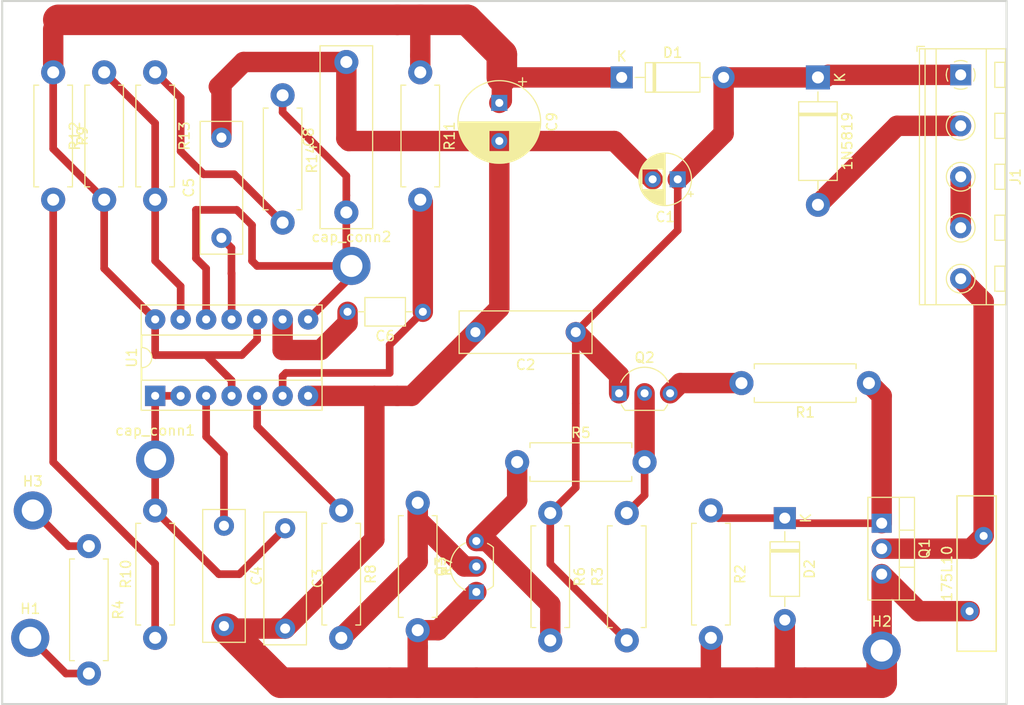
<source format=kicad_pcb>
(kicad_pcb (version 20171130) (host pcbnew "(5.0.1)-4")

  (general
    (thickness 1.6)
    (drawings 4)
    (tracks 164)
    (zones 0)
    (modules 36)
    (nets 24)
  )

  (page A4)
  (title_block
    (title "Electric Fence Charger")
    (date 2020-04-17)
    (rev v01)
    (comment 1 "Author: Adam Dalton")
  )

  (layers
    (0 F.Cu signal)
    (31 B.Cu signal)
    (32 B.Adhes user)
    (33 F.Adhes user)
    (34 B.Paste user)
    (35 F.Paste user)
    (36 B.SilkS user)
    (37 F.SilkS user)
    (38 B.Mask user)
    (39 F.Mask user)
    (40 Dwgs.User user)
    (41 Cmts.User user)
    (42 Eco1.User user)
    (43 Eco2.User user)
    (44 Edge.Cuts user)
    (45 Margin user)
    (46 B.CrtYd user)
    (47 F.CrtYd user)
    (48 B.Fab user)
    (49 F.Fab user)
  )

  (setup
    (last_trace_width 0.762)
    (user_trace_width 0.762)
    (user_trace_width 2.032)
    (user_trace_width 3.048)
    (trace_clearance 0.254)
    (zone_clearance 0.508)
    (zone_45_only no)
    (trace_min 0.1524)
    (segment_width 0.2)
    (edge_width 0.15)
    (via_size 0.762)
    (via_drill 0.381)
    (via_min_size 0.6858)
    (via_min_drill 0.3302)
    (uvia_size 0.762)
    (uvia_drill 0.381)
    (uvias_allowed no)
    (uvia_min_size 0.2)
    (uvia_min_drill 0.1)
    (pcb_text_width 0.3)
    (pcb_text_size 1.5 1.5)
    (mod_edge_width 0.15)
    (mod_text_size 1 1)
    (mod_text_width 0.15)
    (pad_size 1.524 1.524)
    (pad_drill 0.762)
    (pad_to_mask_clearance 0.051)
    (solder_mask_min_width 0.25)
    (aux_axis_origin 0 0)
    (visible_elements 7FFFFFFF)
    (pcbplotparams
      (layerselection 0x010fc_ffffffff)
      (usegerberextensions false)
      (usegerberattributes false)
      (usegerberadvancedattributes false)
      (creategerberjobfile false)
      (excludeedgelayer true)
      (linewidth 0.100000)
      (plotframeref false)
      (viasonmask false)
      (mode 1)
      (useauxorigin false)
      (hpglpennumber 1)
      (hpglpenspeed 20)
      (hpglpendiameter 15.000000)
      (psnegative false)
      (psa4output false)
      (plotreference true)
      (plotvalue true)
      (plotinvisibletext false)
      (padsonsilk false)
      (subtractmaskfromsilk false)
      (outputformat 1)
      (mirror false)
      (drillshape 1)
      (scaleselection 1)
      (outputdirectory ""))
  )

  (net 0 "")
  (net 1 "Net-(175L10-Pad1)")
  (net 2 Earth)
  (net 3 /Vcc)
  (net 4 "Net-(1N5819-Pad2)")
  (net 5 "Net-(C3-Pad1)")
  (net 6 "Net-(C4-Pad1)")
  (net 7 "Net-(C5-Pad1)")
  (net 8 "Net-(C6-Pad1)")
  (net 9 "Net-(C6-Pad2)")
  (net 10 "Net-(C8-Pad1)")
  (net 11 "Net-(H1-Pad1)")
  (net 12 "Net-(Q2-Pad2)")
  (net 13 "Net-(Q2-Pad3)")
  (net 14 "Net-(Q3-Pad3)")
  (net 15 "Net-(Q3-Pad2)")
  (net 16 "Net-(R8-Pad1)")
  (net 17 "Net-(R10-Pad1)")
  (net 18 "Net-(R12-Pad2)")
  (net 19 "Net-(R13-Pad1)")
  (net 20 "Net-(J1-Pad3)")
  (net 21 "Net-(H3-Pad1)")
  (net 22 "Net-(1N5819-Pad1)")
  (net 23 "Net-(D2-Pad1)")

  (net_class Default "This is the default net class."
    (clearance 0.254)
    (trace_width 0.254)
    (via_dia 0.762)
    (via_drill 0.381)
    (uvia_dia 0.762)
    (uvia_drill 0.381)
    (add_net /Vcc)
    (add_net Earth)
    (add_net "Net-(175L10-Pad1)")
    (add_net "Net-(1N5819-Pad1)")
    (add_net "Net-(1N5819-Pad2)")
    (add_net "Net-(C3-Pad1)")
    (add_net "Net-(C4-Pad1)")
    (add_net "Net-(C5-Pad1)")
    (add_net "Net-(C6-Pad1)")
    (add_net "Net-(C6-Pad2)")
    (add_net "Net-(C8-Pad1)")
    (add_net "Net-(D2-Pad1)")
    (add_net "Net-(H1-Pad1)")
    (add_net "Net-(H3-Pad1)")
    (add_net "Net-(J1-Pad3)")
    (add_net "Net-(Q2-Pad2)")
    (add_net "Net-(Q2-Pad3)")
    (add_net "Net-(Q3-Pad2)")
    (add_net "Net-(Q3-Pad3)")
    (add_net "Net-(R10-Pad1)")
    (add_net "Net-(R12-Pad2)")
    (add_net "Net-(R13-Pad1)")
    (add_net "Net-(R8-Pad1)")
  )

  (module Package_DIP:DIP-14_W7.62mm_Socket_LongPads (layer F.Cu) (tedit 5EA9027C) (tstamp 5EA750BF)
    (at 135.89 77.47 90)
    (descr "14-lead though-hole mounted DIP package, row spacing 7.62 mm (300 mils), Socket, LongPads")
    (tags "THT DIP DIL PDIP 2.54mm 7.62mm 300mil Socket LongPads")
    (path /5E96FA42)
    (fp_text reference U1 (at 3.81 -2.33 90) (layer F.SilkS)
      (effects (font (size 1 1) (thickness 0.15)))
    )
    (fp_text value NE556 (at 3.81 17.57 90) (layer F.Fab)
      (effects (font (size 1 1) (thickness 0.15)))
    )
    (fp_text user %R (at 3.81 7.62 90) (layer F.Fab)
      (effects (font (size 1 1) (thickness 0.15)))
    )
    (fp_line (start 9.15 -1.6) (end -1.55 -1.6) (layer F.CrtYd) (width 0.05))
    (fp_line (start 9.15 16.85) (end 9.15 -1.6) (layer F.CrtYd) (width 0.05))
    (fp_line (start -1.55 16.85) (end 9.15 16.85) (layer F.CrtYd) (width 0.05))
    (fp_line (start -1.55 -1.6) (end -1.55 16.85) (layer F.CrtYd) (width 0.05))
    (fp_line (start 9.06 -1.39) (end -1.44 -1.39) (layer F.SilkS) (width 0.12))
    (fp_line (start 9.06 16.63) (end 9.06 -1.39) (layer F.SilkS) (width 0.12))
    (fp_line (start -1.44 16.63) (end 9.06 16.63) (layer F.SilkS) (width 0.12))
    (fp_line (start -1.44 -1.39) (end -1.44 16.63) (layer F.SilkS) (width 0.12))
    (fp_line (start 6.06 -1.33) (end 4.81 -1.33) (layer F.SilkS) (width 0.12))
    (fp_line (start 6.06 16.57) (end 6.06 -1.33) (layer F.SilkS) (width 0.12))
    (fp_line (start 1.56 16.57) (end 6.06 16.57) (layer F.SilkS) (width 0.12))
    (fp_line (start 1.56 -1.33) (end 1.56 16.57) (layer F.SilkS) (width 0.12))
    (fp_line (start 2.81 -1.33) (end 1.56 -1.33) (layer F.SilkS) (width 0.12))
    (fp_line (start 8.89 -1.33) (end -1.27 -1.33) (layer F.Fab) (width 0.1))
    (fp_line (start 8.89 16.57) (end 8.89 -1.33) (layer F.Fab) (width 0.1))
    (fp_line (start -1.27 16.57) (end 8.89 16.57) (layer F.Fab) (width 0.1))
    (fp_line (start -1.27 -1.33) (end -1.27 16.57) (layer F.Fab) (width 0.1))
    (fp_line (start 0.635 -0.27) (end 1.635 -1.27) (layer F.Fab) (width 0.1))
    (fp_line (start 0.635 16.51) (end 0.635 -0.27) (layer F.Fab) (width 0.1))
    (fp_line (start 6.985 16.51) (end 0.635 16.51) (layer F.Fab) (width 0.1))
    (fp_line (start 6.985 -1.27) (end 6.985 16.51) (layer F.Fab) (width 0.1))
    (fp_line (start 1.635 -1.27) (end 6.985 -1.27) (layer F.Fab) (width 0.1))
    (fp_arc (start 3.81 -1.33) (end 2.81 -1.33) (angle -180) (layer F.SilkS) (width 0.12))
    (pad 14 thru_hole oval (at 7.62 0 90) (size 2.032 2.032) (drill 0.8) (layers *.Cu *.Mask)
      (net 3 /Vcc))
    (pad 7 thru_hole oval (at 0 15.24 90) (size 2.032 2.032) (drill 0.8) (layers *.Cu *.Mask)
      (net 2 Earth))
    (pad 13 thru_hole oval (at 7.62 2.54 90) (size 2.032 2.032) (drill 0.8) (layers *.Cu *.Mask)
      (net 18 "Net-(R12-Pad2)"))
    (pad 6 thru_hole oval (at 0 12.7 90) (size 2.032 2.032) (drill 0.8) (layers *.Cu *.Mask)
      (net 8 "Net-(C6-Pad1)"))
    (pad 12 thru_hole oval (at 7.62 5.08 90) (size 2.032 2.032) (drill 0.8) (layers *.Cu *.Mask)
      (net 10 "Net-(C8-Pad1)"))
    (pad 5 thru_hole oval (at 0 10.16 90) (size 2.032 2.032) (drill 0.8) (layers *.Cu *.Mask)
      (net 16 "Net-(R8-Pad1)"))
    (pad 11 thru_hole oval (at 7.62 7.62 90) (size 2.032 2.032) (drill 0.8) (layers *.Cu *.Mask)
      (net 7 "Net-(C5-Pad1)"))
    (pad 4 thru_hole oval (at 0 7.62 90) (size 2.032 2.032) (drill 0.8) (layers *.Cu *.Mask)
      (net 3 /Vcc))
    (pad 10 thru_hole oval (at 7.62 10.16 90) (size 2.032 2.032) (drill 0.8) (layers *.Cu *.Mask)
      (net 3 /Vcc))
    (pad 3 thru_hole oval (at 0 5.08 90) (size 2.032 2.032) (drill 0.8) (layers *.Cu *.Mask)
      (net 6 "Net-(C4-Pad1)"))
    (pad 9 thru_hole oval (at 7.62 12.7 90) (size 2.032 2.032) (drill 0.8) (layers *.Cu *.Mask)
      (net 9 "Net-(C6-Pad2)"))
    (pad 2 thru_hole oval (at 0 2.54 90) (size 2.032 2.032) (drill 0.8) (layers *.Cu *.Mask)
      (net 5 "Net-(C3-Pad1)"))
    (pad 8 thru_hole oval (at 7.62 15.24 90) (size 2.032 2.032) (drill 0.8) (layers *.Cu *.Mask)
      (net 10 "Net-(C8-Pad1)"))
    (pad 1 thru_hole rect (at 0 0 90) (size 2.032 2.032) (drill 0.8) (layers *.Cu *.Mask)
      (net 5 "Net-(C3-Pad1)"))
    (model ${KISYS3DMOD}/Package_DIP.3dshapes/DIP-14_W7.62mm_Socket.wrl
      (at (xyz 0 0 0))
      (scale (xyz 1 1 1))
      (rotate (xyz 0 0 0))
    )
  )

  (module Diode_THT:D_DO-41_SOD81_P10.16mm_Horizontal (layer F.Cu) (tedit 5AE50CD5) (tstamp 5EAEDF89)
    (at 182.372 45.72)
    (descr "Diode, DO-41_SOD81 series, Axial, Horizontal, pin pitch=10.16mm, , length*diameter=5.2*2.7mm^2, , http://www.diodes.com/_files/packages/DO-41%20(Plastic).pdf")
    (tags "Diode DO-41_SOD81 series Axial Horizontal pin pitch 10.16mm  length 5.2mm diameter 2.7mm")
    (path /5EA2490C)
    (fp_text reference D1 (at 5.08 -2.47) (layer F.SilkS)
      (effects (font (size 1 1) (thickness 0.15)))
    )
    (fp_text value 1N4006 (at 5.08 2.47) (layer F.Fab)
      (effects (font (size 1 1) (thickness 0.15)))
    )
    (fp_text user K (at 0 -2.1) (layer F.SilkS)
      (effects (font (size 1 1) (thickness 0.15)))
    )
    (fp_text user K (at 0 -2.1) (layer F.Fab)
      (effects (font (size 1 1) (thickness 0.15)))
    )
    (fp_text user %R (at 5.47 0) (layer F.Fab)
      (effects (font (size 1 1) (thickness 0.15)))
    )
    (fp_line (start 11.51 -1.6) (end -1.35 -1.6) (layer F.CrtYd) (width 0.05))
    (fp_line (start 11.51 1.6) (end 11.51 -1.6) (layer F.CrtYd) (width 0.05))
    (fp_line (start -1.35 1.6) (end 11.51 1.6) (layer F.CrtYd) (width 0.05))
    (fp_line (start -1.35 -1.6) (end -1.35 1.6) (layer F.CrtYd) (width 0.05))
    (fp_line (start 3.14 -1.47) (end 3.14 1.47) (layer F.SilkS) (width 0.12))
    (fp_line (start 3.38 -1.47) (end 3.38 1.47) (layer F.SilkS) (width 0.12))
    (fp_line (start 3.26 -1.47) (end 3.26 1.47) (layer F.SilkS) (width 0.12))
    (fp_line (start 8.82 0) (end 7.8 0) (layer F.SilkS) (width 0.12))
    (fp_line (start 1.34 0) (end 2.36 0) (layer F.SilkS) (width 0.12))
    (fp_line (start 7.8 -1.47) (end 2.36 -1.47) (layer F.SilkS) (width 0.12))
    (fp_line (start 7.8 1.47) (end 7.8 -1.47) (layer F.SilkS) (width 0.12))
    (fp_line (start 2.36 1.47) (end 7.8 1.47) (layer F.SilkS) (width 0.12))
    (fp_line (start 2.36 -1.47) (end 2.36 1.47) (layer F.SilkS) (width 0.12))
    (fp_line (start 3.16 -1.35) (end 3.16 1.35) (layer F.Fab) (width 0.1))
    (fp_line (start 3.36 -1.35) (end 3.36 1.35) (layer F.Fab) (width 0.1))
    (fp_line (start 3.26 -1.35) (end 3.26 1.35) (layer F.Fab) (width 0.1))
    (fp_line (start 10.16 0) (end 7.68 0) (layer F.Fab) (width 0.1))
    (fp_line (start 0 0) (end 2.48 0) (layer F.Fab) (width 0.1))
    (fp_line (start 7.68 -1.35) (end 2.48 -1.35) (layer F.Fab) (width 0.1))
    (fp_line (start 7.68 1.35) (end 7.68 -1.35) (layer F.Fab) (width 0.1))
    (fp_line (start 2.48 1.35) (end 7.68 1.35) (layer F.Fab) (width 0.1))
    (fp_line (start 2.48 -1.35) (end 2.48 1.35) (layer F.Fab) (width 0.1))
    (pad 2 thru_hole oval (at 10.16 0) (size 2.2 2.2) (drill 1.1) (layers *.Cu *.Mask)
      (net 22 "Net-(1N5819-Pad1)"))
    (pad 1 thru_hole rect (at 0 0) (size 2.2 2.2) (drill 1.1) (layers *.Cu *.Mask)
      (net 3 /Vcc))
    (model ${KISYS3DMOD}/Diode_THT.3dshapes/D_DO-41_SOD81_P10.16mm_Horizontal.wrl
      (at (xyz 0 0 0))
      (scale (xyz 1 1 1))
      (rotate (xyz 0 0 0))
    )
  )

  (module Diode_THT:D_DO-41_SOD81_P10.16mm_Horizontal (layer F.Cu) (tedit 5AE50CD5) (tstamp 5EAEDEB4)
    (at 198.628 89.662 270)
    (descr "Diode, DO-41_SOD81 series, Axial, Horizontal, pin pitch=10.16mm, , length*diameter=5.2*2.7mm^2, , http://www.diodes.com/_files/packages/DO-41%20(Plastic).pdf")
    (tags "Diode DO-41_SOD81 series Axial Horizontal pin pitch 10.16mm  length 5.2mm diameter 2.7mm")
    (path /5EA24D25)
    (fp_text reference D2 (at 5.08 -2.47 270) (layer F.SilkS)
      (effects (font (size 1 1) (thickness 0.15)))
    )
    (fp_text value 1N4006_2 (at 5.08 2.47 270) (layer F.Fab)
      (effects (font (size 1 1) (thickness 0.15)))
    )
    (fp_line (start 2.48 -1.35) (end 2.48 1.35) (layer F.Fab) (width 0.1))
    (fp_line (start 2.48 1.35) (end 7.68 1.35) (layer F.Fab) (width 0.1))
    (fp_line (start 7.68 1.35) (end 7.68 -1.35) (layer F.Fab) (width 0.1))
    (fp_line (start 7.68 -1.35) (end 2.48 -1.35) (layer F.Fab) (width 0.1))
    (fp_line (start 0 0) (end 2.48 0) (layer F.Fab) (width 0.1))
    (fp_line (start 10.16 0) (end 7.68 0) (layer F.Fab) (width 0.1))
    (fp_line (start 3.26 -1.35) (end 3.26 1.35) (layer F.Fab) (width 0.1))
    (fp_line (start 3.36 -1.35) (end 3.36 1.35) (layer F.Fab) (width 0.1))
    (fp_line (start 3.16 -1.35) (end 3.16 1.35) (layer F.Fab) (width 0.1))
    (fp_line (start 2.36 -1.47) (end 2.36 1.47) (layer F.SilkS) (width 0.12))
    (fp_line (start 2.36 1.47) (end 7.8 1.47) (layer F.SilkS) (width 0.12))
    (fp_line (start 7.8 1.47) (end 7.8 -1.47) (layer F.SilkS) (width 0.12))
    (fp_line (start 7.8 -1.47) (end 2.36 -1.47) (layer F.SilkS) (width 0.12))
    (fp_line (start 1.34 0) (end 2.36 0) (layer F.SilkS) (width 0.12))
    (fp_line (start 8.82 0) (end 7.8 0) (layer F.SilkS) (width 0.12))
    (fp_line (start 3.26 -1.47) (end 3.26 1.47) (layer F.SilkS) (width 0.12))
    (fp_line (start 3.38 -1.47) (end 3.38 1.47) (layer F.SilkS) (width 0.12))
    (fp_line (start 3.14 -1.47) (end 3.14 1.47) (layer F.SilkS) (width 0.12))
    (fp_line (start -1.35 -1.6) (end -1.35 1.6) (layer F.CrtYd) (width 0.05))
    (fp_line (start -1.35 1.6) (end 11.51 1.6) (layer F.CrtYd) (width 0.05))
    (fp_line (start 11.51 1.6) (end 11.51 -1.6) (layer F.CrtYd) (width 0.05))
    (fp_line (start 11.51 -1.6) (end -1.35 -1.6) (layer F.CrtYd) (width 0.05))
    (fp_text user %R (at 5.47 0 270) (layer F.Fab)
      (effects (font (size 1 1) (thickness 0.15)))
    )
    (fp_text user K (at 0 -2.1 270) (layer F.Fab)
      (effects (font (size 1 1) (thickness 0.15)))
    )
    (fp_text user K (at 0 -2.1 270) (layer F.SilkS)
      (effects (font (size 1 1) (thickness 0.15)))
    )
    (pad 1 thru_hole rect (at 0 0 270) (size 2.2 2.2) (drill 1.1) (layers *.Cu *.Mask)
      (net 23 "Net-(D2-Pad1)"))
    (pad 2 thru_hole oval (at 10.16 0 270) (size 2.2 2.2) (drill 1.1) (layers *.Cu *.Mask)
      (net 2 Earth))
    (model ${KISYS3DMOD}/Diode_THT.3dshapes/D_DO-41_SOD81_P10.16mm_Horizontal.wrl
      (at (xyz 0 0 0))
      (scale (xyz 1 1 1))
      (rotate (xyz 0 0 0))
    )
  )

  (module Package_TO_SOT_THT:TO-220-3_Vertical (layer F.Cu) (tedit 5AC8BA0D) (tstamp 5EAEC705)
    (at 208.28 90.17 270)
    (descr "TO-220-3, Vertical, RM 2.54mm, see https://www.vishay.com/docs/66542/to-220-1.pdf")
    (tags "TO-220-3 Vertical RM 2.54mm")
    (path /5E96720C)
    (fp_text reference Q1 (at 2.54 -4.27 270) (layer F.SilkS)
      (effects (font (size 1 1) (thickness 0.15)))
    )
    (fp_text value MJE13005G (at 2.54 2.5 270) (layer F.Fab)
      (effects (font (size 1 1) (thickness 0.15)))
    )
    (fp_line (start -2.46 -3.15) (end -2.46 1.25) (layer F.Fab) (width 0.1))
    (fp_line (start -2.46 1.25) (end 7.54 1.25) (layer F.Fab) (width 0.1))
    (fp_line (start 7.54 1.25) (end 7.54 -3.15) (layer F.Fab) (width 0.1))
    (fp_line (start 7.54 -3.15) (end -2.46 -3.15) (layer F.Fab) (width 0.1))
    (fp_line (start -2.46 -1.88) (end 7.54 -1.88) (layer F.Fab) (width 0.1))
    (fp_line (start 0.69 -3.15) (end 0.69 -1.88) (layer F.Fab) (width 0.1))
    (fp_line (start 4.39 -3.15) (end 4.39 -1.88) (layer F.Fab) (width 0.1))
    (fp_line (start -2.58 -3.27) (end 7.66 -3.27) (layer F.SilkS) (width 0.12))
    (fp_line (start -2.58 1.371) (end 7.66 1.371) (layer F.SilkS) (width 0.12))
    (fp_line (start -2.58 -3.27) (end -2.58 1.371) (layer F.SilkS) (width 0.12))
    (fp_line (start 7.66 -3.27) (end 7.66 1.371) (layer F.SilkS) (width 0.12))
    (fp_line (start -2.58 -1.76) (end 7.66 -1.76) (layer F.SilkS) (width 0.12))
    (fp_line (start 0.69 -3.27) (end 0.69 -1.76) (layer F.SilkS) (width 0.12))
    (fp_line (start 4.391 -3.27) (end 4.391 -1.76) (layer F.SilkS) (width 0.12))
    (fp_line (start -2.71 -3.4) (end -2.71 1.51) (layer F.CrtYd) (width 0.05))
    (fp_line (start -2.71 1.51) (end 7.79 1.51) (layer F.CrtYd) (width 0.05))
    (fp_line (start 7.79 1.51) (end 7.79 -3.4) (layer F.CrtYd) (width 0.05))
    (fp_line (start 7.79 -3.4) (end -2.71 -3.4) (layer F.CrtYd) (width 0.05))
    (fp_text user %R (at 2.54 -4.27 270) (layer F.Fab)
      (effects (font (size 1 1) (thickness 0.15)))
    )
    (pad 1 thru_hole rect (at 0 0 270) (size 1.905 2) (drill 1.1) (layers *.Cu *.Mask)
      (net 23 "Net-(D2-Pad1)"))
    (pad 2 thru_hole oval (at 2.54 0 270) (size 1.905 2) (drill 1.1) (layers *.Cu *.Mask)
      (net 1 "Net-(175L10-Pad1)"))
    (pad 3 thru_hole oval (at 5.08 0 270) (size 1.905 2) (drill 1.1) (layers *.Cu *.Mask)
      (net 2 Earth))
    (model ${KISYS3DMOD}/Package_TO_SOT_THT.3dshapes/TO-220-3_Vertical.wrl
      (at (xyz 0 0 0))
      (scale (xyz 1 1 1))
      (rotate (xyz 0 0 0))
    )
  )

  (module Package_TO_SOT_THT:TO-92L_Inline_Wide (layer F.Cu) (tedit 5A11996A) (tstamp 5EA75241)
    (at 167.894 97.028 90)
    (descr "TO-92L leads in-line (large body variant of TO-92), also known as TO-226, wide, drill 0.75mm (see https://www.diodes.com/assets/Package-Files/TO92L.pdf and http://www.ti.com/lit/an/snoa059/snoa059.pdf)")
    (tags "TO-92L Inline Wide transistor")
    (path /5E96D71C)
    (fp_text reference Q3 (at 2.54 -3.56 90) (layer F.SilkS)
      (effects (font (size 1 1) (thickness 0.15)))
    )
    (fp_text value 2N3904 (at 2.54 2.79 90) (layer F.Fab)
      (effects (font (size 1 1) (thickness 0.15)))
    )
    (fp_arc (start 2.54 0) (end 4.45 1.7) (angle -15.88591585) (layer F.SilkS) (width 0.12))
    (fp_arc (start 2.54 0) (end 2.54 -2.48) (angle -130.2499344) (layer F.Fab) (width 0.1))
    (fp_arc (start 2.54 0) (end 2.54 -2.48) (angle 129.9527847) (layer F.Fab) (width 0.1))
    (fp_arc (start 2.54 0) (end 2.54 -2.6) (angle 65) (layer F.SilkS) (width 0.12))
    (fp_arc (start 2.54 0) (end 2.54 -2.6) (angle -65) (layer F.SilkS) (width 0.12))
    (fp_arc (start 2.54 0) (end 0.6 1.7) (angle 15.44288892) (layer F.SilkS) (width 0.12))
    (fp_line (start 6.1 1.85) (end -1 1.85) (layer F.CrtYd) (width 0.05))
    (fp_line (start 6.1 1.85) (end 6.1 -2.75) (layer F.CrtYd) (width 0.05))
    (fp_line (start -1 -2.75) (end -1 1.85) (layer F.CrtYd) (width 0.05))
    (fp_line (start -1 -2.75) (end 6.1 -2.75) (layer F.CrtYd) (width 0.05))
    (fp_line (start 0.65 1.6) (end 4.4 1.6) (layer F.Fab) (width 0.1))
    (fp_line (start 0.6 1.7) (end 4.45 1.7) (layer F.SilkS) (width 0.12))
    (fp_text user %R (at 2.54 -3.56 90) (layer F.Fab)
      (effects (font (size 1 1) (thickness 0.15)))
    )
    (pad 1 thru_hole rect (at 0 0 180) (size 1.5 1.5) (drill 0.8) (layers *.Cu *.Mask)
      (net 2 Earth))
    (pad 3 thru_hole circle (at 5.08 0 180) (size 1.5 1.5) (drill 0.8) (layers *.Cu *.Mask)
      (net 14 "Net-(Q3-Pad3)"))
    (pad 2 thru_hole circle (at 2.54 0 180) (size 1.5 1.5) (drill 0.8) (layers *.Cu *.Mask)
      (net 15 "Net-(Q3-Pad2)"))
    (model ${KISYS3DMOD}/Package_TO_SOT_THT.3dshapes/TO-92L_Inline_Wide.wrl
      (at (xyz 0 0 0))
      (scale (xyz 1 1 1))
      (rotate (xyz 0 0 0))
    )
  )

  (module Package_TO_SOT_THT:TO-92L_Inline_Wide (layer F.Cu) (tedit 5A11996A) (tstamp 5E9BB47C)
    (at 182.118 77.216)
    (descr "TO-92L leads in-line (large body variant of TO-92), also known as TO-226, wide, drill 0.75mm (see https://www.diodes.com/assets/Package-Files/TO92L.pdf and http://www.ti.com/lit/an/snoa059/snoa059.pdf)")
    (tags "TO-92L Inline Wide transistor")
    (path /5E96A8E6)
    (fp_text reference Q2 (at 2.54 -3.56) (layer F.SilkS)
      (effects (font (size 1 1) (thickness 0.15)))
    )
    (fp_text value 2N3906 (at 2.54 2.79) (layer F.Fab)
      (effects (font (size 1 1) (thickness 0.15)))
    )
    (fp_arc (start 2.54 0) (end 4.45 1.7) (angle -15.88591585) (layer F.SilkS) (width 0.12))
    (fp_arc (start 2.54 0) (end 2.54 -2.48) (angle -130.2499344) (layer F.Fab) (width 0.1))
    (fp_arc (start 2.54 0) (end 2.54 -2.48) (angle 129.9527847) (layer F.Fab) (width 0.1))
    (fp_arc (start 2.54 0) (end 2.54 -2.6) (angle 65) (layer F.SilkS) (width 0.12))
    (fp_arc (start 2.54 0) (end 2.54 -2.6) (angle -65) (layer F.SilkS) (width 0.12))
    (fp_arc (start 2.54 0) (end 0.6 1.7) (angle 15.44288892) (layer F.SilkS) (width 0.12))
    (fp_line (start 6.1 1.85) (end -1 1.85) (layer F.CrtYd) (width 0.05))
    (fp_line (start 6.1 1.85) (end 6.1 -2.75) (layer F.CrtYd) (width 0.05))
    (fp_line (start -1 -2.75) (end -1 1.85) (layer F.CrtYd) (width 0.05))
    (fp_line (start -1 -2.75) (end 6.1 -2.75) (layer F.CrtYd) (width 0.05))
    (fp_line (start 0.65 1.6) (end 4.4 1.6) (layer F.Fab) (width 0.1))
    (fp_line (start 0.6 1.7) (end 4.45 1.7) (layer F.SilkS) (width 0.12))
    (fp_text user %R (at 2.54 -3.56) (layer F.Fab)
      (effects (font (size 1 1) (thickness 0.15)))
    )
    (pad 1 thru_hole rect (at 0 0 90) (size 1.5 1.5) (drill 0.8) (layers *.Cu *.Mask)
      (net 22 "Net-(1N5819-Pad1)"))
    (pad 3 thru_hole circle (at 5.08 0 90) (size 1.5 1.5) (drill 0.8) (layers *.Cu *.Mask)
      (net 13 "Net-(Q2-Pad3)"))
    (pad 2 thru_hole circle (at 2.54 0 90) (size 1.5 1.5) (drill 0.8) (layers *.Cu *.Mask)
      (net 12 "Net-(Q2-Pad2)"))
    (model ${KISYS3DMOD}/Package_TO_SOT_THT.3dshapes/TO-92L_Inline_Wide.wrl
      (at (xyz 0 0 0))
      (scale (xyz 1 1 1))
      (rotate (xyz 0 0 0))
    )
  )

  (module Varistor:RV_Disc_D15.5mm_W3.9mm_P7.5mm (layer F.Cu) (tedit 5A0F68DF) (tstamp 5EA78677)
    (at 218.44 91.44 270)
    (descr "Varistor, diameter 15.5mm, width 3.9mm, pitch 7.5mm")
    (tags "varistor SIOV")
    (path /5E9672A4)
    (fp_text reference 175L10 (at 3.75 3.65 270) (layer F.SilkS)
      (effects (font (size 1 1) (thickness 0.15)))
    )
    (fp_text value Varistor (at 3.75 -2.25 270) (layer F.Fab)
      (effects (font (size 1 1) (thickness 0.15)))
    )
    (fp_text user %R (at 3.75 0.7 270) (layer F.Fab)
      (effects (font (size 1 1) (thickness 0.15)))
    )
    (fp_line (start -4.25 2.9) (end 11.75 2.9) (layer F.CrtYd) (width 0.05))
    (fp_line (start -4.25 -1.5) (end 11.75 -1.5) (layer F.CrtYd) (width 0.05))
    (fp_line (start 11.75 -1.5) (end 11.75 2.9) (layer F.CrtYd) (width 0.05))
    (fp_line (start -4.25 -1.5) (end -4.25 2.9) (layer F.CrtYd) (width 0.05))
    (fp_line (start -4 2.65) (end 11.5 2.65) (layer F.SilkS) (width 0.15))
    (fp_line (start -4 -1.25) (end 11.5 -1.25) (layer F.SilkS) (width 0.15))
    (fp_line (start 11.5 -1.25) (end 11.5 2.65) (layer F.SilkS) (width 0.15))
    (fp_line (start -4 -1.25) (end -4 2.65) (layer F.SilkS) (width 0.15))
    (fp_line (start -4 2.65) (end 11.5 2.65) (layer F.Fab) (width 0.1))
    (fp_line (start -4 -1.25) (end 11.5 -1.25) (layer F.Fab) (width 0.1))
    (fp_line (start 11.5 -1.25) (end 11.5 2.65) (layer F.Fab) (width 0.1))
    (fp_line (start -4 -1.25) (end -4 2.65) (layer F.Fab) (width 0.1))
    (pad 1 thru_hole circle (at 0 0 270) (size 1.8 1.8) (drill 0.8) (layers *.Cu *.Mask)
      (net 1 "Net-(175L10-Pad1)"))
    (pad 2 thru_hole circle (at 7.5 1.4 270) (size 1.8 1.8) (drill 0.8) (layers *.Cu *.Mask)
      (net 2 Earth))
    (model ${KISYS3DMOD}/Varistor.3dshapes/RV_Disc_D15.5mm_W3.9mm_P7.5mm.wrl
      (at (xyz 0 0 0))
      (scale (xyz 1 1 1))
      (rotate (xyz 0 0 0))
    )
  )

  (module Diode_THT:D_DO-15_P12.70mm_Horizontal (layer F.Cu) (tedit 5AE50CD5) (tstamp 5EA78713)
    (at 201.93 45.72 270)
    (descr "Diode, DO-15 series, Axial, Horizontal, pin pitch=12.7mm, , length*diameter=7.6*3.6mm^2, , http://www.diodes.com/_files/packages/DO-15.pdf")
    (tags "Diode DO-15 series Axial Horizontal pin pitch 12.7mm  length 7.6mm diameter 3.6mm")
    (path /5E966B40)
    (fp_text reference 1N5819 (at 6.35 -2.92 270) (layer F.SilkS)
      (effects (font (size 1 1) (thickness 0.15)))
    )
    (fp_text value D_Schottky (at 6.35 2.92 270) (layer F.Fab)
      (effects (font (size 1 1) (thickness 0.15)))
    )
    (fp_line (start 2.55 -1.8) (end 2.55 1.8) (layer F.Fab) (width 0.1))
    (fp_line (start 2.55 1.8) (end 10.15 1.8) (layer F.Fab) (width 0.1))
    (fp_line (start 10.15 1.8) (end 10.15 -1.8) (layer F.Fab) (width 0.1))
    (fp_line (start 10.15 -1.8) (end 2.55 -1.8) (layer F.Fab) (width 0.1))
    (fp_line (start 0 0) (end 2.55 0) (layer F.Fab) (width 0.1))
    (fp_line (start 12.7 0) (end 10.15 0) (layer F.Fab) (width 0.1))
    (fp_line (start 3.69 -1.8) (end 3.69 1.8) (layer F.Fab) (width 0.1))
    (fp_line (start 3.79 -1.8) (end 3.79 1.8) (layer F.Fab) (width 0.1))
    (fp_line (start 3.59 -1.8) (end 3.59 1.8) (layer F.Fab) (width 0.1))
    (fp_line (start 2.43 -1.92) (end 2.43 1.92) (layer F.SilkS) (width 0.12))
    (fp_line (start 2.43 1.92) (end 10.27 1.92) (layer F.SilkS) (width 0.12))
    (fp_line (start 10.27 1.92) (end 10.27 -1.92) (layer F.SilkS) (width 0.12))
    (fp_line (start 10.27 -1.92) (end 2.43 -1.92) (layer F.SilkS) (width 0.12))
    (fp_line (start 1.44 0) (end 2.43 0) (layer F.SilkS) (width 0.12))
    (fp_line (start 11.26 0) (end 10.27 0) (layer F.SilkS) (width 0.12))
    (fp_line (start 3.69 -1.92) (end 3.69 1.92) (layer F.SilkS) (width 0.12))
    (fp_line (start 3.81 -1.92) (end 3.81 1.92) (layer F.SilkS) (width 0.12))
    (fp_line (start 3.57 -1.92) (end 3.57 1.92) (layer F.SilkS) (width 0.12))
    (fp_line (start -1.45 -2.05) (end -1.45 2.05) (layer F.CrtYd) (width 0.05))
    (fp_line (start -1.45 2.05) (end 14.15 2.05) (layer F.CrtYd) (width 0.05))
    (fp_line (start 14.15 2.05) (end 14.15 -2.05) (layer F.CrtYd) (width 0.05))
    (fp_line (start 14.15 -2.05) (end -1.45 -2.05) (layer F.CrtYd) (width 0.05))
    (fp_text user %R (at 6.92 0 270) (layer F.Fab)
      (effects (font (size 1 1) (thickness 0.15)))
    )
    (fp_text user K (at 0 -2.2 270) (layer F.Fab)
      (effects (font (size 1 1) (thickness 0.15)))
    )
    (fp_text user K (at 0 -2.2 270) (layer F.SilkS)
      (effects (font (size 1 1) (thickness 0.15)))
    )
    (pad 1 thru_hole rect (at 0 0 270) (size 2.4 2.4) (drill 1.2) (layers *.Cu *.Mask)
      (net 22 "Net-(1N5819-Pad1)"))
    (pad 2 thru_hole oval (at 12.7 0 270) (size 2.4 2.4) (drill 1.2) (layers *.Cu *.Mask)
      (net 4 "Net-(1N5819-Pad2)"))
    (model ${KISYS3DMOD}/Diode_THT.3dshapes/D_DO-15_P12.70mm_Horizontal.wrl
      (at (xyz 0 0 0))
      (scale (xyz 1 1 1))
      (rotate (xyz 0 0 0))
    )
  )

  (module Capacitor_THT:CP_Radial_D5.0mm_P2.50mm (layer F.Cu) (tedit 5AE50EF0) (tstamp 5EA72C1A)
    (at 187.96 55.88 180)
    (descr "CP, Radial series, Radial, pin pitch=2.50mm, , diameter=5mm, Electrolytic Capacitor")
    (tags "CP Radial series Radial pin pitch 2.50mm  diameter 5mm Electrolytic Capacitor")
    (path /5E966E44)
    (fp_text reference C1 (at 1.25 -3.75 180) (layer F.SilkS)
      (effects (font (size 1 1) (thickness 0.15)))
    )
    (fp_text value 100u (at 1.25 3.75 180) (layer F.Fab)
      (effects (font (size 1 1) (thickness 0.15)))
    )
    (fp_circle (center 1.25 0) (end 3.75 0) (layer F.Fab) (width 0.1))
    (fp_circle (center 1.25 0) (end 3.87 0) (layer F.SilkS) (width 0.12))
    (fp_circle (center 1.25 0) (end 4 0) (layer F.CrtYd) (width 0.05))
    (fp_line (start -0.883605 -1.0875) (end -0.383605 -1.0875) (layer F.Fab) (width 0.1))
    (fp_line (start -0.633605 -1.3375) (end -0.633605 -0.8375) (layer F.Fab) (width 0.1))
    (fp_line (start 1.25 -2.58) (end 1.25 2.58) (layer F.SilkS) (width 0.12))
    (fp_line (start 1.29 -2.58) (end 1.29 2.58) (layer F.SilkS) (width 0.12))
    (fp_line (start 1.33 -2.579) (end 1.33 2.579) (layer F.SilkS) (width 0.12))
    (fp_line (start 1.37 -2.578) (end 1.37 2.578) (layer F.SilkS) (width 0.12))
    (fp_line (start 1.41 -2.576) (end 1.41 2.576) (layer F.SilkS) (width 0.12))
    (fp_line (start 1.45 -2.573) (end 1.45 2.573) (layer F.SilkS) (width 0.12))
    (fp_line (start 1.49 -2.569) (end 1.49 -1.04) (layer F.SilkS) (width 0.12))
    (fp_line (start 1.49 1.04) (end 1.49 2.569) (layer F.SilkS) (width 0.12))
    (fp_line (start 1.53 -2.565) (end 1.53 -1.04) (layer F.SilkS) (width 0.12))
    (fp_line (start 1.53 1.04) (end 1.53 2.565) (layer F.SilkS) (width 0.12))
    (fp_line (start 1.57 -2.561) (end 1.57 -1.04) (layer F.SilkS) (width 0.12))
    (fp_line (start 1.57 1.04) (end 1.57 2.561) (layer F.SilkS) (width 0.12))
    (fp_line (start 1.61 -2.556) (end 1.61 -1.04) (layer F.SilkS) (width 0.12))
    (fp_line (start 1.61 1.04) (end 1.61 2.556) (layer F.SilkS) (width 0.12))
    (fp_line (start 1.65 -2.55) (end 1.65 -1.04) (layer F.SilkS) (width 0.12))
    (fp_line (start 1.65 1.04) (end 1.65 2.55) (layer F.SilkS) (width 0.12))
    (fp_line (start 1.69 -2.543) (end 1.69 -1.04) (layer F.SilkS) (width 0.12))
    (fp_line (start 1.69 1.04) (end 1.69 2.543) (layer F.SilkS) (width 0.12))
    (fp_line (start 1.73 -2.536) (end 1.73 -1.04) (layer F.SilkS) (width 0.12))
    (fp_line (start 1.73 1.04) (end 1.73 2.536) (layer F.SilkS) (width 0.12))
    (fp_line (start 1.77 -2.528) (end 1.77 -1.04) (layer F.SilkS) (width 0.12))
    (fp_line (start 1.77 1.04) (end 1.77 2.528) (layer F.SilkS) (width 0.12))
    (fp_line (start 1.81 -2.52) (end 1.81 -1.04) (layer F.SilkS) (width 0.12))
    (fp_line (start 1.81 1.04) (end 1.81 2.52) (layer F.SilkS) (width 0.12))
    (fp_line (start 1.85 -2.511) (end 1.85 -1.04) (layer F.SilkS) (width 0.12))
    (fp_line (start 1.85 1.04) (end 1.85 2.511) (layer F.SilkS) (width 0.12))
    (fp_line (start 1.89 -2.501) (end 1.89 -1.04) (layer F.SilkS) (width 0.12))
    (fp_line (start 1.89 1.04) (end 1.89 2.501) (layer F.SilkS) (width 0.12))
    (fp_line (start 1.93 -2.491) (end 1.93 -1.04) (layer F.SilkS) (width 0.12))
    (fp_line (start 1.93 1.04) (end 1.93 2.491) (layer F.SilkS) (width 0.12))
    (fp_line (start 1.971 -2.48) (end 1.971 -1.04) (layer F.SilkS) (width 0.12))
    (fp_line (start 1.971 1.04) (end 1.971 2.48) (layer F.SilkS) (width 0.12))
    (fp_line (start 2.011 -2.468) (end 2.011 -1.04) (layer F.SilkS) (width 0.12))
    (fp_line (start 2.011 1.04) (end 2.011 2.468) (layer F.SilkS) (width 0.12))
    (fp_line (start 2.051 -2.455) (end 2.051 -1.04) (layer F.SilkS) (width 0.12))
    (fp_line (start 2.051 1.04) (end 2.051 2.455) (layer F.SilkS) (width 0.12))
    (fp_line (start 2.091 -2.442) (end 2.091 -1.04) (layer F.SilkS) (width 0.12))
    (fp_line (start 2.091 1.04) (end 2.091 2.442) (layer F.SilkS) (width 0.12))
    (fp_line (start 2.131 -2.428) (end 2.131 -1.04) (layer F.SilkS) (width 0.12))
    (fp_line (start 2.131 1.04) (end 2.131 2.428) (layer F.SilkS) (width 0.12))
    (fp_line (start 2.171 -2.414) (end 2.171 -1.04) (layer F.SilkS) (width 0.12))
    (fp_line (start 2.171 1.04) (end 2.171 2.414) (layer F.SilkS) (width 0.12))
    (fp_line (start 2.211 -2.398) (end 2.211 -1.04) (layer F.SilkS) (width 0.12))
    (fp_line (start 2.211 1.04) (end 2.211 2.398) (layer F.SilkS) (width 0.12))
    (fp_line (start 2.251 -2.382) (end 2.251 -1.04) (layer F.SilkS) (width 0.12))
    (fp_line (start 2.251 1.04) (end 2.251 2.382) (layer F.SilkS) (width 0.12))
    (fp_line (start 2.291 -2.365) (end 2.291 -1.04) (layer F.SilkS) (width 0.12))
    (fp_line (start 2.291 1.04) (end 2.291 2.365) (layer F.SilkS) (width 0.12))
    (fp_line (start 2.331 -2.348) (end 2.331 -1.04) (layer F.SilkS) (width 0.12))
    (fp_line (start 2.331 1.04) (end 2.331 2.348) (layer F.SilkS) (width 0.12))
    (fp_line (start 2.371 -2.329) (end 2.371 -1.04) (layer F.SilkS) (width 0.12))
    (fp_line (start 2.371 1.04) (end 2.371 2.329) (layer F.SilkS) (width 0.12))
    (fp_line (start 2.411 -2.31) (end 2.411 -1.04) (layer F.SilkS) (width 0.12))
    (fp_line (start 2.411 1.04) (end 2.411 2.31) (layer F.SilkS) (width 0.12))
    (fp_line (start 2.451 -2.29) (end 2.451 -1.04) (layer F.SilkS) (width 0.12))
    (fp_line (start 2.451 1.04) (end 2.451 2.29) (layer F.SilkS) (width 0.12))
    (fp_line (start 2.491 -2.268) (end 2.491 -1.04) (layer F.SilkS) (width 0.12))
    (fp_line (start 2.491 1.04) (end 2.491 2.268) (layer F.SilkS) (width 0.12))
    (fp_line (start 2.531 -2.247) (end 2.531 -1.04) (layer F.SilkS) (width 0.12))
    (fp_line (start 2.531 1.04) (end 2.531 2.247) (layer F.SilkS) (width 0.12))
    (fp_line (start 2.571 -2.224) (end 2.571 -1.04) (layer F.SilkS) (width 0.12))
    (fp_line (start 2.571 1.04) (end 2.571 2.224) (layer F.SilkS) (width 0.12))
    (fp_line (start 2.611 -2.2) (end 2.611 -1.04) (layer F.SilkS) (width 0.12))
    (fp_line (start 2.611 1.04) (end 2.611 2.2) (layer F.SilkS) (width 0.12))
    (fp_line (start 2.651 -2.175) (end 2.651 -1.04) (layer F.SilkS) (width 0.12))
    (fp_line (start 2.651 1.04) (end 2.651 2.175) (layer F.SilkS) (width 0.12))
    (fp_line (start 2.691 -2.149) (end 2.691 -1.04) (layer F.SilkS) (width 0.12))
    (fp_line (start 2.691 1.04) (end 2.691 2.149) (layer F.SilkS) (width 0.12))
    (fp_line (start 2.731 -2.122) (end 2.731 -1.04) (layer F.SilkS) (width 0.12))
    (fp_line (start 2.731 1.04) (end 2.731 2.122) (layer F.SilkS) (width 0.12))
    (fp_line (start 2.771 -2.095) (end 2.771 -1.04) (layer F.SilkS) (width 0.12))
    (fp_line (start 2.771 1.04) (end 2.771 2.095) (layer F.SilkS) (width 0.12))
    (fp_line (start 2.811 -2.065) (end 2.811 -1.04) (layer F.SilkS) (width 0.12))
    (fp_line (start 2.811 1.04) (end 2.811 2.065) (layer F.SilkS) (width 0.12))
    (fp_line (start 2.851 -2.035) (end 2.851 -1.04) (layer F.SilkS) (width 0.12))
    (fp_line (start 2.851 1.04) (end 2.851 2.035) (layer F.SilkS) (width 0.12))
    (fp_line (start 2.891 -2.004) (end 2.891 -1.04) (layer F.SilkS) (width 0.12))
    (fp_line (start 2.891 1.04) (end 2.891 2.004) (layer F.SilkS) (width 0.12))
    (fp_line (start 2.931 -1.971) (end 2.931 -1.04) (layer F.SilkS) (width 0.12))
    (fp_line (start 2.931 1.04) (end 2.931 1.971) (layer F.SilkS) (width 0.12))
    (fp_line (start 2.971 -1.937) (end 2.971 -1.04) (layer F.SilkS) (width 0.12))
    (fp_line (start 2.971 1.04) (end 2.971 1.937) (layer F.SilkS) (width 0.12))
    (fp_line (start 3.011 -1.901) (end 3.011 -1.04) (layer F.SilkS) (width 0.12))
    (fp_line (start 3.011 1.04) (end 3.011 1.901) (layer F.SilkS) (width 0.12))
    (fp_line (start 3.051 -1.864) (end 3.051 -1.04) (layer F.SilkS) (width 0.12))
    (fp_line (start 3.051 1.04) (end 3.051 1.864) (layer F.SilkS) (width 0.12))
    (fp_line (start 3.091 -1.826) (end 3.091 -1.04) (layer F.SilkS) (width 0.12))
    (fp_line (start 3.091 1.04) (end 3.091 1.826) (layer F.SilkS) (width 0.12))
    (fp_line (start 3.131 -1.785) (end 3.131 -1.04) (layer F.SilkS) (width 0.12))
    (fp_line (start 3.131 1.04) (end 3.131 1.785) (layer F.SilkS) (width 0.12))
    (fp_line (start 3.171 -1.743) (end 3.171 -1.04) (layer F.SilkS) (width 0.12))
    (fp_line (start 3.171 1.04) (end 3.171 1.743) (layer F.SilkS) (width 0.12))
    (fp_line (start 3.211 -1.699) (end 3.211 -1.04) (layer F.SilkS) (width 0.12))
    (fp_line (start 3.211 1.04) (end 3.211 1.699) (layer F.SilkS) (width 0.12))
    (fp_line (start 3.251 -1.653) (end 3.251 -1.04) (layer F.SilkS) (width 0.12))
    (fp_line (start 3.251 1.04) (end 3.251 1.653) (layer F.SilkS) (width 0.12))
    (fp_line (start 3.291 -1.605) (end 3.291 -1.04) (layer F.SilkS) (width 0.12))
    (fp_line (start 3.291 1.04) (end 3.291 1.605) (layer F.SilkS) (width 0.12))
    (fp_line (start 3.331 -1.554) (end 3.331 -1.04) (layer F.SilkS) (width 0.12))
    (fp_line (start 3.331 1.04) (end 3.331 1.554) (layer F.SilkS) (width 0.12))
    (fp_line (start 3.371 -1.5) (end 3.371 -1.04) (layer F.SilkS) (width 0.12))
    (fp_line (start 3.371 1.04) (end 3.371 1.5) (layer F.SilkS) (width 0.12))
    (fp_line (start 3.411 -1.443) (end 3.411 -1.04) (layer F.SilkS) (width 0.12))
    (fp_line (start 3.411 1.04) (end 3.411 1.443) (layer F.SilkS) (width 0.12))
    (fp_line (start 3.451 -1.383) (end 3.451 -1.04) (layer F.SilkS) (width 0.12))
    (fp_line (start 3.451 1.04) (end 3.451 1.383) (layer F.SilkS) (width 0.12))
    (fp_line (start 3.491 -1.319) (end 3.491 -1.04) (layer F.SilkS) (width 0.12))
    (fp_line (start 3.491 1.04) (end 3.491 1.319) (layer F.SilkS) (width 0.12))
    (fp_line (start 3.531 -1.251) (end 3.531 -1.04) (layer F.SilkS) (width 0.12))
    (fp_line (start 3.531 1.04) (end 3.531 1.251) (layer F.SilkS) (width 0.12))
    (fp_line (start 3.571 -1.178) (end 3.571 1.178) (layer F.SilkS) (width 0.12))
    (fp_line (start 3.611 -1.098) (end 3.611 1.098) (layer F.SilkS) (width 0.12))
    (fp_line (start 3.651 -1.011) (end 3.651 1.011) (layer F.SilkS) (width 0.12))
    (fp_line (start 3.691 -0.915) (end 3.691 0.915) (layer F.SilkS) (width 0.12))
    (fp_line (start 3.731 -0.805) (end 3.731 0.805) (layer F.SilkS) (width 0.12))
    (fp_line (start 3.771 -0.677) (end 3.771 0.677) (layer F.SilkS) (width 0.12))
    (fp_line (start 3.811 -0.518) (end 3.811 0.518) (layer F.SilkS) (width 0.12))
    (fp_line (start 3.851 -0.284) (end 3.851 0.284) (layer F.SilkS) (width 0.12))
    (fp_line (start -1.554775 -1.475) (end -1.054775 -1.475) (layer F.SilkS) (width 0.12))
    (fp_line (start -1.304775 -1.725) (end -1.304775 -1.225) (layer F.SilkS) (width 0.12))
    (fp_text user %R (at 1.25 0 180) (layer F.Fab)
      (effects (font (size 1 1) (thickness 0.15)))
    )
    (pad 1 thru_hole rect (at 0 0 180) (size 1.6 1.6) (drill 0.8) (layers *.Cu *.Mask)
      (net 22 "Net-(1N5819-Pad1)"))
    (pad 2 thru_hole circle (at 2.5 0 180) (size 1.6 1.6) (drill 0.8) (layers *.Cu *.Mask)
      (net 2 Earth))
    (model ${KISYS3DMOD}/Capacitor_THT.3dshapes/CP_Radial_D5.0mm_P2.50mm.wrl
      (at (xyz 0 0 0))
      (scale (xyz 1 1 1))
      (rotate (xyz 0 0 0))
    )
  )

  (module Capacitor_THT:C_Rect_L13.0mm_W4.0mm_P10.00mm_FKS3_FKP3_MKS4 (layer F.Cu) (tedit 5AE50EF0) (tstamp 5EA75393)
    (at 177.8 71.12 180)
    (descr "C, Rect series, Radial, pin pitch=10.00mm, , length*width=13*4mm^2, Capacitor, http://www.wima.com/EN/WIMA_FKS_3.pdf, http://www.wima.com/EN/WIMA_MKS_4.pdf")
    (tags "C Rect series Radial pin pitch 10.00mm  length 13mm width 4mm Capacitor")
    (path /5E966F7B)
    (fp_text reference C2 (at 5 -3.25 180) (layer F.SilkS)
      (effects (font (size 1 1) (thickness 0.15)))
    )
    (fp_text value .1u (at 5 3.25 180) (layer F.Fab)
      (effects (font (size 1 1) (thickness 0.15)))
    )
    (fp_text user %R (at 5 0 180) (layer F.Fab)
      (effects (font (size 1 1) (thickness 0.15)))
    )
    (fp_line (start 11.75 -2.25) (end -1.75 -2.25) (layer F.CrtYd) (width 0.05))
    (fp_line (start 11.75 2.25) (end 11.75 -2.25) (layer F.CrtYd) (width 0.05))
    (fp_line (start -1.75 2.25) (end 11.75 2.25) (layer F.CrtYd) (width 0.05))
    (fp_line (start -1.75 -2.25) (end -1.75 2.25) (layer F.CrtYd) (width 0.05))
    (fp_line (start 11.62 -2.12) (end 11.62 2.12) (layer F.SilkS) (width 0.12))
    (fp_line (start -1.62 -2.12) (end -1.62 2.12) (layer F.SilkS) (width 0.12))
    (fp_line (start -1.62 2.12) (end 11.62 2.12) (layer F.SilkS) (width 0.12))
    (fp_line (start -1.62 -2.12) (end 11.62 -2.12) (layer F.SilkS) (width 0.12))
    (fp_line (start 11.5 -2) (end -1.5 -2) (layer F.Fab) (width 0.1))
    (fp_line (start 11.5 2) (end 11.5 -2) (layer F.Fab) (width 0.1))
    (fp_line (start -1.5 2) (end 11.5 2) (layer F.Fab) (width 0.1))
    (fp_line (start -1.5 -2) (end -1.5 2) (layer F.Fab) (width 0.1))
    (pad 2 thru_hole circle (at 10 0 180) (size 2 2) (drill 1) (layers *.Cu *.Mask)
      (net 2 Earth))
    (pad 1 thru_hole circle (at 0 0 180) (size 2 2) (drill 1) (layers *.Cu *.Mask)
      (net 22 "Net-(1N5819-Pad1)"))
    (model ${KISYS3DMOD}/Capacitor_THT.3dshapes/C_Rect_L13.0mm_W4.0mm_P10.00mm_FKS3_FKP3_MKS4.wrl
      (at (xyz 0 0 0))
      (scale (xyz 1 1 1))
      (rotate (xyz 0 0 0))
    )
  )

  (module Capacitor_THT:C_Rect_L13.0mm_W4.0mm_P10.00mm_FKS3_FKP3_MKS4 (layer F.Cu) (tedit 5AE50EF0) (tstamp 5EA77913)
    (at 148.844 90.678 270)
    (descr "C, Rect series, Radial, pin pitch=10.00mm, , length*width=13*4mm^2, Capacitor, http://www.wima.com/EN/WIMA_FKS_3.pdf, http://www.wima.com/EN/WIMA_MKS_4.pdf")
    (tags "C Rect series Radial pin pitch 10.00mm  length 13mm width 4mm Capacitor")
    (path /5EA04403)
    (fp_text reference C3 (at 5 -3.25 270) (layer F.SilkS)
      (effects (font (size 1 1) (thickness 0.15)))
    )
    (fp_text value .1u (at 5 3.25 270) (layer F.Fab)
      (effects (font (size 1 1) (thickness 0.15)))
    )
    (fp_line (start -1.5 -2) (end -1.5 2) (layer F.Fab) (width 0.1))
    (fp_line (start -1.5 2) (end 11.5 2) (layer F.Fab) (width 0.1))
    (fp_line (start 11.5 2) (end 11.5 -2) (layer F.Fab) (width 0.1))
    (fp_line (start 11.5 -2) (end -1.5 -2) (layer F.Fab) (width 0.1))
    (fp_line (start -1.62 -2.12) (end 11.62 -2.12) (layer F.SilkS) (width 0.12))
    (fp_line (start -1.62 2.12) (end 11.62 2.12) (layer F.SilkS) (width 0.12))
    (fp_line (start -1.62 -2.12) (end -1.62 2.12) (layer F.SilkS) (width 0.12))
    (fp_line (start 11.62 -2.12) (end 11.62 2.12) (layer F.SilkS) (width 0.12))
    (fp_line (start -1.75 -2.25) (end -1.75 2.25) (layer F.CrtYd) (width 0.05))
    (fp_line (start -1.75 2.25) (end 11.75 2.25) (layer F.CrtYd) (width 0.05))
    (fp_line (start 11.75 2.25) (end 11.75 -2.25) (layer F.CrtYd) (width 0.05))
    (fp_line (start 11.75 -2.25) (end -1.75 -2.25) (layer F.CrtYd) (width 0.05))
    (fp_text user %R (at 5 0 270) (layer F.Fab)
      (effects (font (size 1 1) (thickness 0.15)))
    )
    (pad 1 thru_hole circle (at 0 0 270) (size 2 2) (drill 1) (layers *.Cu *.Mask)
      (net 5 "Net-(C3-Pad1)"))
    (pad 2 thru_hole circle (at 10 0 270) (size 2 2) (drill 1) (layers *.Cu *.Mask)
      (net 2 Earth))
    (model ${KISYS3DMOD}/Capacitor_THT.3dshapes/C_Rect_L13.0mm_W4.0mm_P10.00mm_FKS3_FKP3_MKS4.wrl
      (at (xyz 0 0 0))
      (scale (xyz 1 1 1))
      (rotate (xyz 0 0 0))
    )
  )

  (module Capacitor_THT:C_Rect_L13.0mm_W4.0mm_P10.00mm_FKS3_FKP3_MKS4 (layer F.Cu) (tedit 5AE50EF0) (tstamp 5EA75327)
    (at 142.748 90.424 270)
    (descr "C, Rect series, Radial, pin pitch=10.00mm, , length*width=13*4mm^2, Capacitor, http://www.wima.com/EN/WIMA_FKS_3.pdf, http://www.wima.com/EN/WIMA_MKS_4.pdf")
    (tags "C Rect series Radial pin pitch 10.00mm  length 13mm width 4mm Capacitor")
    (path /5E97CF94)
    (fp_text reference C4 (at 5 -3.25 270) (layer F.SilkS)
      (effects (font (size 1 1) (thickness 0.15)))
    )
    (fp_text value .1u (at 5 3.25 270) (layer F.Fab)
      (effects (font (size 1 1) (thickness 0.15)))
    )
    (fp_line (start -1.5 -2) (end -1.5 2) (layer F.Fab) (width 0.1))
    (fp_line (start -1.5 2) (end 11.5 2) (layer F.Fab) (width 0.1))
    (fp_line (start 11.5 2) (end 11.5 -2) (layer F.Fab) (width 0.1))
    (fp_line (start 11.5 -2) (end -1.5 -2) (layer F.Fab) (width 0.1))
    (fp_line (start -1.62 -2.12) (end 11.62 -2.12) (layer F.SilkS) (width 0.12))
    (fp_line (start -1.62 2.12) (end 11.62 2.12) (layer F.SilkS) (width 0.12))
    (fp_line (start -1.62 -2.12) (end -1.62 2.12) (layer F.SilkS) (width 0.12))
    (fp_line (start 11.62 -2.12) (end 11.62 2.12) (layer F.SilkS) (width 0.12))
    (fp_line (start -1.75 -2.25) (end -1.75 2.25) (layer F.CrtYd) (width 0.05))
    (fp_line (start -1.75 2.25) (end 11.75 2.25) (layer F.CrtYd) (width 0.05))
    (fp_line (start 11.75 2.25) (end 11.75 -2.25) (layer F.CrtYd) (width 0.05))
    (fp_line (start 11.75 -2.25) (end -1.75 -2.25) (layer F.CrtYd) (width 0.05))
    (fp_text user %R (at 5 0 270) (layer F.Fab)
      (effects (font (size 1 1) (thickness 0.15)))
    )
    (pad 1 thru_hole circle (at 0 0 270) (size 2 2) (drill 1) (layers *.Cu *.Mask)
      (net 6 "Net-(C4-Pad1)"))
    (pad 2 thru_hole circle (at 10 0 270) (size 2 2) (drill 1) (layers *.Cu *.Mask)
      (net 2 Earth))
    (model ${KISYS3DMOD}/Capacitor_THT.3dshapes/C_Rect_L13.0mm_W4.0mm_P10.00mm_FKS3_FKP3_MKS4.wrl
      (at (xyz 0 0 0))
      (scale (xyz 1 1 1))
      (rotate (xyz 0 0 0))
    )
  )

  (module Capacitor_THT:C_Rect_L13.0mm_W4.0mm_P10.00mm_FKS3_FKP3_MKS4 (layer F.Cu) (tedit 5AE50EF0) (tstamp 5EA7699E)
    (at 142.494 61.722 90)
    (descr "C, Rect series, Radial, pin pitch=10.00mm, , length*width=13*4mm^2, Capacitor, http://www.wima.com/EN/WIMA_FKS_3.pdf, http://www.wima.com/EN/WIMA_MKS_4.pdf")
    (tags "C Rect series Radial pin pitch 10.00mm  length 13mm width 4mm Capacitor")
    (path /5E9CFF8E)
    (fp_text reference C5 (at 5 -3.25 90) (layer F.SilkS)
      (effects (font (size 1 1) (thickness 0.15)))
    )
    (fp_text value .1u (at 5 3.25 90) (layer F.Fab)
      (effects (font (size 1 1) (thickness 0.15)))
    )
    (fp_text user %R (at 5 0 90) (layer F.Fab)
      (effects (font (size 1 1) (thickness 0.15)))
    )
    (fp_line (start 11.75 -2.25) (end -1.75 -2.25) (layer F.CrtYd) (width 0.05))
    (fp_line (start 11.75 2.25) (end 11.75 -2.25) (layer F.CrtYd) (width 0.05))
    (fp_line (start -1.75 2.25) (end 11.75 2.25) (layer F.CrtYd) (width 0.05))
    (fp_line (start -1.75 -2.25) (end -1.75 2.25) (layer F.CrtYd) (width 0.05))
    (fp_line (start 11.62 -2.12) (end 11.62 2.12) (layer F.SilkS) (width 0.12))
    (fp_line (start -1.62 -2.12) (end -1.62 2.12) (layer F.SilkS) (width 0.12))
    (fp_line (start -1.62 2.12) (end 11.62 2.12) (layer F.SilkS) (width 0.12))
    (fp_line (start -1.62 -2.12) (end 11.62 -2.12) (layer F.SilkS) (width 0.12))
    (fp_line (start 11.5 -2) (end -1.5 -2) (layer F.Fab) (width 0.1))
    (fp_line (start 11.5 2) (end 11.5 -2) (layer F.Fab) (width 0.1))
    (fp_line (start -1.5 2) (end 11.5 2) (layer F.Fab) (width 0.1))
    (fp_line (start -1.5 -2) (end -1.5 2) (layer F.Fab) (width 0.1))
    (pad 2 thru_hole circle (at 10 0 90) (size 2 2) (drill 1) (layers *.Cu *.Mask)
      (net 2 Earth))
    (pad 1 thru_hole circle (at 0 0 90) (size 2 2) (drill 1) (layers *.Cu *.Mask)
      (net 7 "Net-(C5-Pad1)"))
    (model ${KISYS3DMOD}/Capacitor_THT.3dshapes/C_Rect_L13.0mm_W4.0mm_P10.00mm_FKS3_FKP3_MKS4.wrl
      (at (xyz 0 0 0))
      (scale (xyz 1 1 1))
      (rotate (xyz 0 0 0))
    )
  )

  (module Capacitor_THT:C_Axial_L3.8mm_D2.6mm_P7.50mm_Horizontal (layer F.Cu) (tedit 5AE50EF0) (tstamp 5EA753E2)
    (at 162.56 69.088 180)
    (descr "C, Axial series, Axial, Horizontal, pin pitch=7.5mm, , length*diameter=3.8*2.6mm^2, http://www.vishay.com/docs/45231/arseries.pdf")
    (tags "C Axial series Axial Horizontal pin pitch 7.5mm  length 3.8mm diameter 2.6mm")
    (path /5E9E63EA)
    (fp_text reference C6 (at 3.75 -2.42 180) (layer F.SilkS)
      (effects (font (size 1 1) (thickness 0.15)))
    )
    (fp_text value .01 (at 3.75 2.42 180) (layer F.Fab)
      (effects (font (size 1 1) (thickness 0.15)))
    )
    (fp_line (start 1.85 -1.3) (end 1.85 1.3) (layer F.Fab) (width 0.1))
    (fp_line (start 1.85 1.3) (end 5.65 1.3) (layer F.Fab) (width 0.1))
    (fp_line (start 5.65 1.3) (end 5.65 -1.3) (layer F.Fab) (width 0.1))
    (fp_line (start 5.65 -1.3) (end 1.85 -1.3) (layer F.Fab) (width 0.1))
    (fp_line (start 0 0) (end 1.85 0) (layer F.Fab) (width 0.1))
    (fp_line (start 7.5 0) (end 5.65 0) (layer F.Fab) (width 0.1))
    (fp_line (start 1.73 -1.42) (end 1.73 1.42) (layer F.SilkS) (width 0.12))
    (fp_line (start 1.73 1.42) (end 5.77 1.42) (layer F.SilkS) (width 0.12))
    (fp_line (start 5.77 1.42) (end 5.77 -1.42) (layer F.SilkS) (width 0.12))
    (fp_line (start 5.77 -1.42) (end 1.73 -1.42) (layer F.SilkS) (width 0.12))
    (fp_line (start 1.04 0) (end 1.73 0) (layer F.SilkS) (width 0.12))
    (fp_line (start 6.46 0) (end 5.77 0) (layer F.SilkS) (width 0.12))
    (fp_line (start -1.05 -1.55) (end -1.05 1.55) (layer F.CrtYd) (width 0.05))
    (fp_line (start -1.05 1.55) (end 8.55 1.55) (layer F.CrtYd) (width 0.05))
    (fp_line (start 8.55 1.55) (end 8.55 -1.55) (layer F.CrtYd) (width 0.05))
    (fp_line (start 8.55 -1.55) (end -1.05 -1.55) (layer F.CrtYd) (width 0.05))
    (fp_text user %R (at 3.75 0 180) (layer F.Fab)
      (effects (font (size 0.76 0.76) (thickness 0.114)))
    )
    (pad 1 thru_hole circle (at 0 0 180) (size 1.6 1.6) (drill 0.8) (layers *.Cu *.Mask)
      (net 8 "Net-(C6-Pad1)"))
    (pad 2 thru_hole oval (at 7.5 0 180) (size 1.6 1.6) (drill 0.8) (layers *.Cu *.Mask)
      (net 9 "Net-(C6-Pad2)"))
    (model ${KISYS3DMOD}/Capacitor_THT.3dshapes/C_Axial_L3.8mm_D2.6mm_P7.50mm_Horizontal.wrl
      (at (xyz 0 0 0))
      (scale (xyz 1 1 1))
      (rotate (xyz 0 0 0))
    )
  )

  (module Capacitor_THT:C_Rect_L18.0mm_W5.0mm_P15.00mm_FKS3_FKP3 (layer F.Cu) (tedit 5AE50EF0) (tstamp 5EA74315)
    (at 154.94 59.182 90)
    (descr "C, Rect series, Radial, pin pitch=15.00mm, , length*width=18*5mm^2, Capacitor, http://www.wima.com/EN/WIMA_FKS_3.pdf")
    (tags "C Rect series Radial pin pitch 15.00mm  length 18mm width 5mm Capacitor")
    (path /5E978648)
    (fp_text reference C8 (at 7.5 -3.75 90) (layer F.SilkS)
      (effects (font (size 1 1) (thickness 0.15)))
    )
    (fp_text value .33u (at 7.5 3.75 90) (layer F.Fab)
      (effects (font (size 1 1) (thickness 0.15)))
    )
    (fp_line (start -1.5 -2.5) (end -1.5 2.5) (layer F.Fab) (width 0.1))
    (fp_line (start -1.5 2.5) (end 16.5 2.5) (layer F.Fab) (width 0.1))
    (fp_line (start 16.5 2.5) (end 16.5 -2.5) (layer F.Fab) (width 0.1))
    (fp_line (start 16.5 -2.5) (end -1.5 -2.5) (layer F.Fab) (width 0.1))
    (fp_line (start -1.62 -2.62) (end 16.62 -2.62) (layer F.SilkS) (width 0.12))
    (fp_line (start -1.62 2.62) (end 16.62 2.62) (layer F.SilkS) (width 0.12))
    (fp_line (start -1.62 -2.62) (end -1.62 2.62) (layer F.SilkS) (width 0.12))
    (fp_line (start 16.62 -2.62) (end 16.62 2.62) (layer F.SilkS) (width 0.12))
    (fp_line (start -1.75 -2.75) (end -1.75 2.75) (layer F.CrtYd) (width 0.05))
    (fp_line (start -1.75 2.75) (end 16.75 2.75) (layer F.CrtYd) (width 0.05))
    (fp_line (start 16.75 2.75) (end 16.75 -2.75) (layer F.CrtYd) (width 0.05))
    (fp_line (start 16.75 -2.75) (end -1.75 -2.75) (layer F.CrtYd) (width 0.05))
    (fp_text user %R (at 7.5 0 90) (layer F.Fab)
      (effects (font (size 1 1) (thickness 0.15)))
    )
    (pad 1 thru_hole circle (at 0 0 90) (size 2.4 2.4) (drill 1.2) (layers *.Cu *.Mask)
      (net 10 "Net-(C8-Pad1)"))
    (pad 2 thru_hole circle (at 15 0 90) (size 2.4 2.4) (drill 1.2) (layers *.Cu *.Mask)
      (net 2 Earth))
    (model ${KISYS3DMOD}/Capacitor_THT.3dshapes/C_Rect_L18.0mm_W5.0mm_P15.00mm_FKS3_FKP3.wrl
      (at (xyz 0 0 0))
      (scale (xyz 1 1 1))
      (rotate (xyz 0 0 0))
    )
  )

  (module Capacitor_THT:CP_Radial_D8.0mm_P3.80mm (layer F.Cu) (tedit 5AE50EF0) (tstamp 5EA72D39)
    (at 170.18 48.26 270)
    (descr "CP, Radial series, Radial, pin pitch=3.80mm, , diameter=8mm, Electrolytic Capacitor")
    (tags "CP Radial series Radial pin pitch 3.80mm  diameter 8mm Electrolytic Capacitor")
    (path /5E9786BF)
    (fp_text reference C9 (at 1.9 -5.25 270) (layer F.SilkS)
      (effects (font (size 1 1) (thickness 0.15)))
    )
    (fp_text value 470u (at 1.9 5.25 270) (layer F.Fab)
      (effects (font (size 1 1) (thickness 0.15)))
    )
    (fp_circle (center 1.9 0) (end 5.9 0) (layer F.Fab) (width 0.1))
    (fp_circle (center 1.9 0) (end 6.02 0) (layer F.SilkS) (width 0.12))
    (fp_circle (center 1.9 0) (end 6.15 0) (layer F.CrtYd) (width 0.05))
    (fp_line (start -1.526759 -1.7475) (end -0.726759 -1.7475) (layer F.Fab) (width 0.1))
    (fp_line (start -1.126759 -2.1475) (end -1.126759 -1.3475) (layer F.Fab) (width 0.1))
    (fp_line (start 1.9 -4.08) (end 1.9 4.08) (layer F.SilkS) (width 0.12))
    (fp_line (start 1.94 -4.08) (end 1.94 4.08) (layer F.SilkS) (width 0.12))
    (fp_line (start 1.98 -4.08) (end 1.98 4.08) (layer F.SilkS) (width 0.12))
    (fp_line (start 2.02 -4.079) (end 2.02 4.079) (layer F.SilkS) (width 0.12))
    (fp_line (start 2.06 -4.077) (end 2.06 4.077) (layer F.SilkS) (width 0.12))
    (fp_line (start 2.1 -4.076) (end 2.1 4.076) (layer F.SilkS) (width 0.12))
    (fp_line (start 2.14 -4.074) (end 2.14 4.074) (layer F.SilkS) (width 0.12))
    (fp_line (start 2.18 -4.071) (end 2.18 4.071) (layer F.SilkS) (width 0.12))
    (fp_line (start 2.22 -4.068) (end 2.22 4.068) (layer F.SilkS) (width 0.12))
    (fp_line (start 2.26 -4.065) (end 2.26 4.065) (layer F.SilkS) (width 0.12))
    (fp_line (start 2.3 -4.061) (end 2.3 4.061) (layer F.SilkS) (width 0.12))
    (fp_line (start 2.34 -4.057) (end 2.34 4.057) (layer F.SilkS) (width 0.12))
    (fp_line (start 2.38 -4.052) (end 2.38 4.052) (layer F.SilkS) (width 0.12))
    (fp_line (start 2.42 -4.048) (end 2.42 4.048) (layer F.SilkS) (width 0.12))
    (fp_line (start 2.46 -4.042) (end 2.46 4.042) (layer F.SilkS) (width 0.12))
    (fp_line (start 2.5 -4.037) (end 2.5 4.037) (layer F.SilkS) (width 0.12))
    (fp_line (start 2.54 -4.03) (end 2.54 4.03) (layer F.SilkS) (width 0.12))
    (fp_line (start 2.58 -4.024) (end 2.58 4.024) (layer F.SilkS) (width 0.12))
    (fp_line (start 2.621 -4.017) (end 2.621 4.017) (layer F.SilkS) (width 0.12))
    (fp_line (start 2.661 -4.01) (end 2.661 4.01) (layer F.SilkS) (width 0.12))
    (fp_line (start 2.701 -4.002) (end 2.701 4.002) (layer F.SilkS) (width 0.12))
    (fp_line (start 2.741 -3.994) (end 2.741 3.994) (layer F.SilkS) (width 0.12))
    (fp_line (start 2.781 -3.985) (end 2.781 -1.04) (layer F.SilkS) (width 0.12))
    (fp_line (start 2.781 1.04) (end 2.781 3.985) (layer F.SilkS) (width 0.12))
    (fp_line (start 2.821 -3.976) (end 2.821 -1.04) (layer F.SilkS) (width 0.12))
    (fp_line (start 2.821 1.04) (end 2.821 3.976) (layer F.SilkS) (width 0.12))
    (fp_line (start 2.861 -3.967) (end 2.861 -1.04) (layer F.SilkS) (width 0.12))
    (fp_line (start 2.861 1.04) (end 2.861 3.967) (layer F.SilkS) (width 0.12))
    (fp_line (start 2.901 -3.957) (end 2.901 -1.04) (layer F.SilkS) (width 0.12))
    (fp_line (start 2.901 1.04) (end 2.901 3.957) (layer F.SilkS) (width 0.12))
    (fp_line (start 2.941 -3.947) (end 2.941 -1.04) (layer F.SilkS) (width 0.12))
    (fp_line (start 2.941 1.04) (end 2.941 3.947) (layer F.SilkS) (width 0.12))
    (fp_line (start 2.981 -3.936) (end 2.981 -1.04) (layer F.SilkS) (width 0.12))
    (fp_line (start 2.981 1.04) (end 2.981 3.936) (layer F.SilkS) (width 0.12))
    (fp_line (start 3.021 -3.925) (end 3.021 -1.04) (layer F.SilkS) (width 0.12))
    (fp_line (start 3.021 1.04) (end 3.021 3.925) (layer F.SilkS) (width 0.12))
    (fp_line (start 3.061 -3.914) (end 3.061 -1.04) (layer F.SilkS) (width 0.12))
    (fp_line (start 3.061 1.04) (end 3.061 3.914) (layer F.SilkS) (width 0.12))
    (fp_line (start 3.101 -3.902) (end 3.101 -1.04) (layer F.SilkS) (width 0.12))
    (fp_line (start 3.101 1.04) (end 3.101 3.902) (layer F.SilkS) (width 0.12))
    (fp_line (start 3.141 -3.889) (end 3.141 -1.04) (layer F.SilkS) (width 0.12))
    (fp_line (start 3.141 1.04) (end 3.141 3.889) (layer F.SilkS) (width 0.12))
    (fp_line (start 3.181 -3.877) (end 3.181 -1.04) (layer F.SilkS) (width 0.12))
    (fp_line (start 3.181 1.04) (end 3.181 3.877) (layer F.SilkS) (width 0.12))
    (fp_line (start 3.221 -3.863) (end 3.221 -1.04) (layer F.SilkS) (width 0.12))
    (fp_line (start 3.221 1.04) (end 3.221 3.863) (layer F.SilkS) (width 0.12))
    (fp_line (start 3.261 -3.85) (end 3.261 -1.04) (layer F.SilkS) (width 0.12))
    (fp_line (start 3.261 1.04) (end 3.261 3.85) (layer F.SilkS) (width 0.12))
    (fp_line (start 3.301 -3.835) (end 3.301 -1.04) (layer F.SilkS) (width 0.12))
    (fp_line (start 3.301 1.04) (end 3.301 3.835) (layer F.SilkS) (width 0.12))
    (fp_line (start 3.341 -3.821) (end 3.341 -1.04) (layer F.SilkS) (width 0.12))
    (fp_line (start 3.341 1.04) (end 3.341 3.821) (layer F.SilkS) (width 0.12))
    (fp_line (start 3.381 -3.805) (end 3.381 -1.04) (layer F.SilkS) (width 0.12))
    (fp_line (start 3.381 1.04) (end 3.381 3.805) (layer F.SilkS) (width 0.12))
    (fp_line (start 3.421 -3.79) (end 3.421 -1.04) (layer F.SilkS) (width 0.12))
    (fp_line (start 3.421 1.04) (end 3.421 3.79) (layer F.SilkS) (width 0.12))
    (fp_line (start 3.461 -3.774) (end 3.461 -1.04) (layer F.SilkS) (width 0.12))
    (fp_line (start 3.461 1.04) (end 3.461 3.774) (layer F.SilkS) (width 0.12))
    (fp_line (start 3.501 -3.757) (end 3.501 -1.04) (layer F.SilkS) (width 0.12))
    (fp_line (start 3.501 1.04) (end 3.501 3.757) (layer F.SilkS) (width 0.12))
    (fp_line (start 3.541 -3.74) (end 3.541 -1.04) (layer F.SilkS) (width 0.12))
    (fp_line (start 3.541 1.04) (end 3.541 3.74) (layer F.SilkS) (width 0.12))
    (fp_line (start 3.581 -3.722) (end 3.581 -1.04) (layer F.SilkS) (width 0.12))
    (fp_line (start 3.581 1.04) (end 3.581 3.722) (layer F.SilkS) (width 0.12))
    (fp_line (start 3.621 -3.704) (end 3.621 -1.04) (layer F.SilkS) (width 0.12))
    (fp_line (start 3.621 1.04) (end 3.621 3.704) (layer F.SilkS) (width 0.12))
    (fp_line (start 3.661 -3.686) (end 3.661 -1.04) (layer F.SilkS) (width 0.12))
    (fp_line (start 3.661 1.04) (end 3.661 3.686) (layer F.SilkS) (width 0.12))
    (fp_line (start 3.701 -3.666) (end 3.701 -1.04) (layer F.SilkS) (width 0.12))
    (fp_line (start 3.701 1.04) (end 3.701 3.666) (layer F.SilkS) (width 0.12))
    (fp_line (start 3.741 -3.647) (end 3.741 -1.04) (layer F.SilkS) (width 0.12))
    (fp_line (start 3.741 1.04) (end 3.741 3.647) (layer F.SilkS) (width 0.12))
    (fp_line (start 3.781 -3.627) (end 3.781 -1.04) (layer F.SilkS) (width 0.12))
    (fp_line (start 3.781 1.04) (end 3.781 3.627) (layer F.SilkS) (width 0.12))
    (fp_line (start 3.821 -3.606) (end 3.821 -1.04) (layer F.SilkS) (width 0.12))
    (fp_line (start 3.821 1.04) (end 3.821 3.606) (layer F.SilkS) (width 0.12))
    (fp_line (start 3.861 -3.584) (end 3.861 -1.04) (layer F.SilkS) (width 0.12))
    (fp_line (start 3.861 1.04) (end 3.861 3.584) (layer F.SilkS) (width 0.12))
    (fp_line (start 3.901 -3.562) (end 3.901 -1.04) (layer F.SilkS) (width 0.12))
    (fp_line (start 3.901 1.04) (end 3.901 3.562) (layer F.SilkS) (width 0.12))
    (fp_line (start 3.941 -3.54) (end 3.941 -1.04) (layer F.SilkS) (width 0.12))
    (fp_line (start 3.941 1.04) (end 3.941 3.54) (layer F.SilkS) (width 0.12))
    (fp_line (start 3.981 -3.517) (end 3.981 -1.04) (layer F.SilkS) (width 0.12))
    (fp_line (start 3.981 1.04) (end 3.981 3.517) (layer F.SilkS) (width 0.12))
    (fp_line (start 4.021 -3.493) (end 4.021 -1.04) (layer F.SilkS) (width 0.12))
    (fp_line (start 4.021 1.04) (end 4.021 3.493) (layer F.SilkS) (width 0.12))
    (fp_line (start 4.061 -3.469) (end 4.061 -1.04) (layer F.SilkS) (width 0.12))
    (fp_line (start 4.061 1.04) (end 4.061 3.469) (layer F.SilkS) (width 0.12))
    (fp_line (start 4.101 -3.444) (end 4.101 -1.04) (layer F.SilkS) (width 0.12))
    (fp_line (start 4.101 1.04) (end 4.101 3.444) (layer F.SilkS) (width 0.12))
    (fp_line (start 4.141 -3.418) (end 4.141 -1.04) (layer F.SilkS) (width 0.12))
    (fp_line (start 4.141 1.04) (end 4.141 3.418) (layer F.SilkS) (width 0.12))
    (fp_line (start 4.181 -3.392) (end 4.181 -1.04) (layer F.SilkS) (width 0.12))
    (fp_line (start 4.181 1.04) (end 4.181 3.392) (layer F.SilkS) (width 0.12))
    (fp_line (start 4.221 -3.365) (end 4.221 -1.04) (layer F.SilkS) (width 0.12))
    (fp_line (start 4.221 1.04) (end 4.221 3.365) (layer F.SilkS) (width 0.12))
    (fp_line (start 4.261 -3.338) (end 4.261 -1.04) (layer F.SilkS) (width 0.12))
    (fp_line (start 4.261 1.04) (end 4.261 3.338) (layer F.SilkS) (width 0.12))
    (fp_line (start 4.301 -3.309) (end 4.301 -1.04) (layer F.SilkS) (width 0.12))
    (fp_line (start 4.301 1.04) (end 4.301 3.309) (layer F.SilkS) (width 0.12))
    (fp_line (start 4.341 -3.28) (end 4.341 -1.04) (layer F.SilkS) (width 0.12))
    (fp_line (start 4.341 1.04) (end 4.341 3.28) (layer F.SilkS) (width 0.12))
    (fp_line (start 4.381 -3.25) (end 4.381 -1.04) (layer F.SilkS) (width 0.12))
    (fp_line (start 4.381 1.04) (end 4.381 3.25) (layer F.SilkS) (width 0.12))
    (fp_line (start 4.421 -3.22) (end 4.421 -1.04) (layer F.SilkS) (width 0.12))
    (fp_line (start 4.421 1.04) (end 4.421 3.22) (layer F.SilkS) (width 0.12))
    (fp_line (start 4.461 -3.189) (end 4.461 -1.04) (layer F.SilkS) (width 0.12))
    (fp_line (start 4.461 1.04) (end 4.461 3.189) (layer F.SilkS) (width 0.12))
    (fp_line (start 4.501 -3.156) (end 4.501 -1.04) (layer F.SilkS) (width 0.12))
    (fp_line (start 4.501 1.04) (end 4.501 3.156) (layer F.SilkS) (width 0.12))
    (fp_line (start 4.541 -3.124) (end 4.541 -1.04) (layer F.SilkS) (width 0.12))
    (fp_line (start 4.541 1.04) (end 4.541 3.124) (layer F.SilkS) (width 0.12))
    (fp_line (start 4.581 -3.09) (end 4.581 -1.04) (layer F.SilkS) (width 0.12))
    (fp_line (start 4.581 1.04) (end 4.581 3.09) (layer F.SilkS) (width 0.12))
    (fp_line (start 4.621 -3.055) (end 4.621 -1.04) (layer F.SilkS) (width 0.12))
    (fp_line (start 4.621 1.04) (end 4.621 3.055) (layer F.SilkS) (width 0.12))
    (fp_line (start 4.661 -3.019) (end 4.661 -1.04) (layer F.SilkS) (width 0.12))
    (fp_line (start 4.661 1.04) (end 4.661 3.019) (layer F.SilkS) (width 0.12))
    (fp_line (start 4.701 -2.983) (end 4.701 -1.04) (layer F.SilkS) (width 0.12))
    (fp_line (start 4.701 1.04) (end 4.701 2.983) (layer F.SilkS) (width 0.12))
    (fp_line (start 4.741 -2.945) (end 4.741 -1.04) (layer F.SilkS) (width 0.12))
    (fp_line (start 4.741 1.04) (end 4.741 2.945) (layer F.SilkS) (width 0.12))
    (fp_line (start 4.781 -2.907) (end 4.781 -1.04) (layer F.SilkS) (width 0.12))
    (fp_line (start 4.781 1.04) (end 4.781 2.907) (layer F.SilkS) (width 0.12))
    (fp_line (start 4.821 -2.867) (end 4.821 -1.04) (layer F.SilkS) (width 0.12))
    (fp_line (start 4.821 1.04) (end 4.821 2.867) (layer F.SilkS) (width 0.12))
    (fp_line (start 4.861 -2.826) (end 4.861 2.826) (layer F.SilkS) (width 0.12))
    (fp_line (start 4.901 -2.784) (end 4.901 2.784) (layer F.SilkS) (width 0.12))
    (fp_line (start 4.941 -2.741) (end 4.941 2.741) (layer F.SilkS) (width 0.12))
    (fp_line (start 4.981 -2.697) (end 4.981 2.697) (layer F.SilkS) (width 0.12))
    (fp_line (start 5.021 -2.651) (end 5.021 2.651) (layer F.SilkS) (width 0.12))
    (fp_line (start 5.061 -2.604) (end 5.061 2.604) (layer F.SilkS) (width 0.12))
    (fp_line (start 5.101 -2.556) (end 5.101 2.556) (layer F.SilkS) (width 0.12))
    (fp_line (start 5.141 -2.505) (end 5.141 2.505) (layer F.SilkS) (width 0.12))
    (fp_line (start 5.181 -2.454) (end 5.181 2.454) (layer F.SilkS) (width 0.12))
    (fp_line (start 5.221 -2.4) (end 5.221 2.4) (layer F.SilkS) (width 0.12))
    (fp_line (start 5.261 -2.345) (end 5.261 2.345) (layer F.SilkS) (width 0.12))
    (fp_line (start 5.301 -2.287) (end 5.301 2.287) (layer F.SilkS) (width 0.12))
    (fp_line (start 5.341 -2.228) (end 5.341 2.228) (layer F.SilkS) (width 0.12))
    (fp_line (start 5.381 -2.166) (end 5.381 2.166) (layer F.SilkS) (width 0.12))
    (fp_line (start 5.421 -2.102) (end 5.421 2.102) (layer F.SilkS) (width 0.12))
    (fp_line (start 5.461 -2.034) (end 5.461 2.034) (layer F.SilkS) (width 0.12))
    (fp_line (start 5.501 -1.964) (end 5.501 1.964) (layer F.SilkS) (width 0.12))
    (fp_line (start 5.541 -1.89) (end 5.541 1.89) (layer F.SilkS) (width 0.12))
    (fp_line (start 5.581 -1.813) (end 5.581 1.813) (layer F.SilkS) (width 0.12))
    (fp_line (start 5.621 -1.731) (end 5.621 1.731) (layer F.SilkS) (width 0.12))
    (fp_line (start 5.661 -1.645) (end 5.661 1.645) (layer F.SilkS) (width 0.12))
    (fp_line (start 5.701 -1.552) (end 5.701 1.552) (layer F.SilkS) (width 0.12))
    (fp_line (start 5.741 -1.453) (end 5.741 1.453) (layer F.SilkS) (width 0.12))
    (fp_line (start 5.781 -1.346) (end 5.781 1.346) (layer F.SilkS) (width 0.12))
    (fp_line (start 5.821 -1.229) (end 5.821 1.229) (layer F.SilkS) (width 0.12))
    (fp_line (start 5.861 -1.098) (end 5.861 1.098) (layer F.SilkS) (width 0.12))
    (fp_line (start 5.901 -0.948) (end 5.901 0.948) (layer F.SilkS) (width 0.12))
    (fp_line (start 5.941 -0.768) (end 5.941 0.768) (layer F.SilkS) (width 0.12))
    (fp_line (start 5.981 -0.533) (end 5.981 0.533) (layer F.SilkS) (width 0.12))
    (fp_line (start -2.509698 -2.315) (end -1.709698 -2.315) (layer F.SilkS) (width 0.12))
    (fp_line (start -2.109698 -2.715) (end -2.109698 -1.915) (layer F.SilkS) (width 0.12))
    (fp_text user %R (at 1.9 0 270) (layer F.Fab)
      (effects (font (size 1 1) (thickness 0.15)))
    )
    (pad 1 thru_hole rect (at 0 0 270) (size 1.6 1.6) (drill 0.8) (layers *.Cu *.Mask)
      (net 3 /Vcc))
    (pad 2 thru_hole circle (at 3.8 0 270) (size 1.6 1.6) (drill 0.8) (layers *.Cu *.Mask)
      (net 2 Earth))
    (model ${KISYS3DMOD}/Capacitor_THT.3dshapes/CP_Radial_D8.0mm_P3.80mm.wrl
      (at (xyz 0 0 0))
      (scale (xyz 1 1 1))
      (rotate (xyz 0 0 0))
    )
  )

  (module TerminalBlock_RND:TerminalBlock_RND_205-00235_1x05_P5.08mm_Horizontal (layer F.Cu) (tedit 5B294F41) (tstamp 5EA7852F)
    (at 216.154 45.466 270)
    (descr "terminal block RND 205-00235, 5 pins, pitch 5.08mm, size 25.4x8.45mm^2, drill diamater 1.1mm, pad diameter 2.1mm, see http://cdn-reichelt.de/documents/datenblatt/C151/RND_205-00232_DB_EN.pdf, script-generated using https://github.com/pointhi/kicad-footprint-generator/scripts/TerminalBlock_RND")
    (tags "THT terminal block RND 205-00235 pitch 5.08mm size 25.4x8.45mm^2 drill 1.1mm pad 2.1mm")
    (path /5EA3436C)
    (fp_text reference J1 (at 10.16 -5.46 270) (layer F.SilkS)
      (effects (font (size 1 1) (thickness 0.15)))
    )
    (fp_text value Screw_Terminal_01x05 (at 10.16 5.11 270) (layer F.Fab)
      (effects (font (size 1 1) (thickness 0.15)))
    )
    (fp_arc (start 0 0) (end 0 1.43) (angle -26) (layer F.SilkS) (width 0.12))
    (fp_arc (start 0 0) (end 1.286 0.627) (angle -52) (layer F.SilkS) (width 0.12))
    (fp_arc (start 0 0) (end 0.627 -1.286) (angle -52) (layer F.SilkS) (width 0.12))
    (fp_arc (start 0 0) (end -1.286 -0.628) (angle -52) (layer F.SilkS) (width 0.12))
    (fp_arc (start 0 0) (end -0.628 1.286) (angle -27) (layer F.SilkS) (width 0.12))
    (fp_circle (center 0 0) (end 1.25 0) (layer F.Fab) (width 0.1))
    (fp_circle (center 5.08 0) (end 6.33 0) (layer F.Fab) (width 0.1))
    (fp_circle (center 5.08 0) (end 6.51 0) (layer F.SilkS) (width 0.12))
    (fp_circle (center 10.16 0) (end 11.41 0) (layer F.Fab) (width 0.1))
    (fp_circle (center 10.16 0) (end 11.59 0) (layer F.SilkS) (width 0.12))
    (fp_circle (center 15.24 0) (end 16.49 0) (layer F.Fab) (width 0.1))
    (fp_circle (center 15.24 0) (end 16.67 0) (layer F.SilkS) (width 0.12))
    (fp_circle (center 20.32 0) (end 21.57 0) (layer F.Fab) (width 0.1))
    (fp_circle (center 20.32 0) (end 21.75 0) (layer F.SilkS) (width 0.12))
    (fp_line (start -2.54 -4.4) (end 22.86 -4.4) (layer F.Fab) (width 0.1))
    (fp_line (start 22.86 -4.4) (end 22.86 4.05) (layer F.Fab) (width 0.1))
    (fp_line (start 22.86 4.05) (end -2.04 4.05) (layer F.Fab) (width 0.1))
    (fp_line (start -2.04 4.05) (end -2.54 3.55) (layer F.Fab) (width 0.1))
    (fp_line (start -2.54 3.55) (end -2.54 -4.4) (layer F.Fab) (width 0.1))
    (fp_line (start -2.54 3.55) (end 22.86 3.55) (layer F.Fab) (width 0.1))
    (fp_line (start -2.6 3.55) (end 22.92 3.55) (layer F.SilkS) (width 0.12))
    (fp_line (start -2.54 2.45) (end 22.86 2.45) (layer F.Fab) (width 0.1))
    (fp_line (start -2.6 2.45) (end 22.92 2.45) (layer F.SilkS) (width 0.12))
    (fp_line (start -2.54 -2.55) (end 22.86 -2.55) (layer F.Fab) (width 0.1))
    (fp_line (start -2.6 -2.55) (end 22.92 -2.55) (layer F.SilkS) (width 0.12))
    (fp_line (start -2.6 -4.46) (end 22.92 -4.46) (layer F.SilkS) (width 0.12))
    (fp_line (start -2.6 4.11) (end 22.92 4.11) (layer F.SilkS) (width 0.12))
    (fp_line (start -2.6 -4.46) (end -2.6 4.11) (layer F.SilkS) (width 0.12))
    (fp_line (start 22.92 -4.46) (end 22.92 4.11) (layer F.SilkS) (width 0.12))
    (fp_line (start 0.949 -0.796) (end -0.796 0.948) (layer F.Fab) (width 0.1))
    (fp_line (start 0.796 -0.948) (end -0.949 0.796) (layer F.Fab) (width 0.1))
    (fp_line (start -1.25 -4.4) (end -1.25 -3.4) (layer F.Fab) (width 0.1))
    (fp_line (start -1.25 -3.4) (end 1.25 -3.4) (layer F.Fab) (width 0.1))
    (fp_line (start 1.25 -3.4) (end 1.25 -4.4) (layer F.Fab) (width 0.1))
    (fp_line (start 1.25 -4.4) (end -1.25 -4.4) (layer F.Fab) (width 0.1))
    (fp_line (start -1.25 -4.4) (end 1.25 -4.4) (layer F.SilkS) (width 0.12))
    (fp_line (start -1.25 -3.4) (end 1.25 -3.4) (layer F.SilkS) (width 0.12))
    (fp_line (start -1.25 -4.4) (end -1.25 -3.4) (layer F.SilkS) (width 0.12))
    (fp_line (start 1.25 -4.4) (end 1.25 -3.4) (layer F.SilkS) (width 0.12))
    (fp_line (start 6.029 -0.796) (end 4.285 0.948) (layer F.Fab) (width 0.1))
    (fp_line (start 5.876 -0.948) (end 4.132 0.796) (layer F.Fab) (width 0.1))
    (fp_line (start 6.165 -0.91) (end 6.105 -0.851) (layer F.SilkS) (width 0.12))
    (fp_line (start 4.21 1.045) (end 4.17 1.085) (layer F.SilkS) (width 0.12))
    (fp_line (start 5.991 -1.085) (end 5.951 -1.045) (layer F.SilkS) (width 0.12))
    (fp_line (start 4.056 0.85) (end 3.996 0.91) (layer F.SilkS) (width 0.12))
    (fp_line (start 3.83 -4.4) (end 3.83 -3.4) (layer F.Fab) (width 0.1))
    (fp_line (start 3.83 -3.4) (end 6.33 -3.4) (layer F.Fab) (width 0.1))
    (fp_line (start 6.33 -3.4) (end 6.33 -4.4) (layer F.Fab) (width 0.1))
    (fp_line (start 6.33 -4.4) (end 3.83 -4.4) (layer F.Fab) (width 0.1))
    (fp_line (start 3.83 -4.4) (end 6.33 -4.4) (layer F.SilkS) (width 0.12))
    (fp_line (start 3.83 -3.4) (end 6.33 -3.4) (layer F.SilkS) (width 0.12))
    (fp_line (start 3.83 -4.4) (end 3.83 -3.4) (layer F.SilkS) (width 0.12))
    (fp_line (start 6.33 -4.4) (end 6.33 -3.4) (layer F.SilkS) (width 0.12))
    (fp_line (start 11.109 -0.796) (end 9.365 0.948) (layer F.Fab) (width 0.1))
    (fp_line (start 10.956 -0.948) (end 9.212 0.796) (layer F.Fab) (width 0.1))
    (fp_line (start 11.245 -0.91) (end 11.185 -0.851) (layer F.SilkS) (width 0.12))
    (fp_line (start 9.29 1.045) (end 9.25 1.085) (layer F.SilkS) (width 0.12))
    (fp_line (start 11.071 -1.085) (end 11.031 -1.045) (layer F.SilkS) (width 0.12))
    (fp_line (start 9.136 0.85) (end 9.076 0.91) (layer F.SilkS) (width 0.12))
    (fp_line (start 8.91 -4.4) (end 8.91 -3.4) (layer F.Fab) (width 0.1))
    (fp_line (start 8.91 -3.4) (end 11.41 -3.4) (layer F.Fab) (width 0.1))
    (fp_line (start 11.41 -3.4) (end 11.41 -4.4) (layer F.Fab) (width 0.1))
    (fp_line (start 11.41 -4.4) (end 8.91 -4.4) (layer F.Fab) (width 0.1))
    (fp_line (start 8.91 -4.4) (end 11.41 -4.4) (layer F.SilkS) (width 0.12))
    (fp_line (start 8.91 -3.4) (end 11.41 -3.4) (layer F.SilkS) (width 0.12))
    (fp_line (start 8.91 -4.4) (end 8.91 -3.4) (layer F.SilkS) (width 0.12))
    (fp_line (start 11.41 -4.4) (end 11.41 -3.4) (layer F.SilkS) (width 0.12))
    (fp_line (start 16.189 -0.796) (end 14.445 0.948) (layer F.Fab) (width 0.1))
    (fp_line (start 16.036 -0.948) (end 14.292 0.796) (layer F.Fab) (width 0.1))
    (fp_line (start 16.325 -0.91) (end 16.265 -0.851) (layer F.SilkS) (width 0.12))
    (fp_line (start 14.37 1.045) (end 14.33 1.085) (layer F.SilkS) (width 0.12))
    (fp_line (start 16.151 -1.085) (end 16.111 -1.045) (layer F.SilkS) (width 0.12))
    (fp_line (start 14.216 0.85) (end 14.156 0.91) (layer F.SilkS) (width 0.12))
    (fp_line (start 13.99 -4.4) (end 13.99 -3.4) (layer F.Fab) (width 0.1))
    (fp_line (start 13.99 -3.4) (end 16.49 -3.4) (layer F.Fab) (width 0.1))
    (fp_line (start 16.49 -3.4) (end 16.49 -4.4) (layer F.Fab) (width 0.1))
    (fp_line (start 16.49 -4.4) (end 13.99 -4.4) (layer F.Fab) (width 0.1))
    (fp_line (start 13.99 -4.4) (end 16.49 -4.4) (layer F.SilkS) (width 0.12))
    (fp_line (start 13.99 -3.4) (end 16.49 -3.4) (layer F.SilkS) (width 0.12))
    (fp_line (start 13.99 -4.4) (end 13.99 -3.4) (layer F.SilkS) (width 0.12))
    (fp_line (start 16.49 -4.4) (end 16.49 -3.4) (layer F.SilkS) (width 0.12))
    (fp_line (start 21.269 -0.796) (end 19.525 0.948) (layer F.Fab) (width 0.1))
    (fp_line (start 21.116 -0.948) (end 19.372 0.796) (layer F.Fab) (width 0.1))
    (fp_line (start 21.405 -0.91) (end 21.345 -0.851) (layer F.SilkS) (width 0.12))
    (fp_line (start 19.45 1.045) (end 19.41 1.085) (layer F.SilkS) (width 0.12))
    (fp_line (start 21.231 -1.085) (end 21.191 -1.045) (layer F.SilkS) (width 0.12))
    (fp_line (start 19.296 0.85) (end 19.236 0.91) (layer F.SilkS) (width 0.12))
    (fp_line (start 19.07 -4.4) (end 19.07 -3.4) (layer F.Fab) (width 0.1))
    (fp_line (start 19.07 -3.4) (end 21.57 -3.4) (layer F.Fab) (width 0.1))
    (fp_line (start 21.57 -3.4) (end 21.57 -4.4) (layer F.Fab) (width 0.1))
    (fp_line (start 21.57 -4.4) (end 19.07 -4.4) (layer F.Fab) (width 0.1))
    (fp_line (start 19.07 -4.4) (end 21.57 -4.4) (layer F.SilkS) (width 0.12))
    (fp_line (start 19.07 -3.4) (end 21.57 -3.4) (layer F.SilkS) (width 0.12))
    (fp_line (start 19.07 -4.4) (end 19.07 -3.4) (layer F.SilkS) (width 0.12))
    (fp_line (start 21.57 -4.4) (end 21.57 -3.4) (layer F.SilkS) (width 0.12))
    (fp_line (start -2.84 3.61) (end -2.84 4.35) (layer F.SilkS) (width 0.12))
    (fp_line (start -2.84 4.35) (end -2.34 4.35) (layer F.SilkS) (width 0.12))
    (fp_line (start -3.04 -4.9) (end -3.04 4.55) (layer F.CrtYd) (width 0.05))
    (fp_line (start -3.04 4.55) (end 23.36 4.55) (layer F.CrtYd) (width 0.05))
    (fp_line (start 23.36 4.55) (end 23.36 -4.9) (layer F.CrtYd) (width 0.05))
    (fp_line (start 23.36 -4.9) (end -3.04 -4.9) (layer F.CrtYd) (width 0.05))
    (fp_text user %R (at 10.16 -5.46 270) (layer F.Fab)
      (effects (font (size 1 1) (thickness 0.15)))
    )
    (pad 1 thru_hole rect (at 0 0 270) (size 2.1 2.1) (drill 1.1) (layers *.Cu *.Mask)
      (net 22 "Net-(1N5819-Pad1)"))
    (pad 2 thru_hole circle (at 5.08 0 270) (size 2.1 2.1) (drill 1.1) (layers *.Cu *.Mask)
      (net 4 "Net-(1N5819-Pad2)"))
    (pad 3 thru_hole circle (at 10.16 0 270) (size 2.1 2.1) (drill 1.1) (layers *.Cu *.Mask)
      (net 20 "Net-(J1-Pad3)"))
    (pad 4 thru_hole circle (at 15.24 0 270) (size 2.1 2.1) (drill 1.1) (layers *.Cu *.Mask)
      (net 20 "Net-(J1-Pad3)"))
    (pad 5 thru_hole circle (at 20.32 0 270) (size 2.1 2.1) (drill 1.1) (layers *.Cu *.Mask)
      (net 1 "Net-(175L10-Pad1)"))
    (model ${KISYS3DMOD}/TerminalBlock_RND.3dshapes/TerminalBlock_RND_205-00235_1x05_P5.08mm_Horizontal.wrl
      (at (xyz 0 0 0))
      (scale (xyz 1 1 1))
      (rotate (xyz 0 0 0))
    )
  )

  (module Resistor_THT:R_Axial_DIN0411_L9.9mm_D3.6mm_P12.70mm_Horizontal (layer F.Cu) (tedit 5AE5139B) (tstamp 5EA78408)
    (at 207.01 76.2 180)
    (descr "Resistor, Axial_DIN0411 series, Axial, Horizontal, pin pitch=12.7mm, 1W, length*diameter=9.9*3.6mm^2")
    (tags "Resistor Axial_DIN0411 series Axial Horizontal pin pitch 12.7mm 1W length 9.9mm diameter 3.6mm")
    (path /5E96ADDD)
    (fp_text reference R1 (at 6.35 -2.92 180) (layer F.SilkS)
      (effects (font (size 1 1) (thickness 0.15)))
    )
    (fp_text value 10 (at 6.35 2.92 180) (layer F.Fab)
      (effects (font (size 1 1) (thickness 0.15)))
    )
    (fp_line (start 1.4 -1.8) (end 1.4 1.8) (layer F.Fab) (width 0.1))
    (fp_line (start 1.4 1.8) (end 11.3 1.8) (layer F.Fab) (width 0.1))
    (fp_line (start 11.3 1.8) (end 11.3 -1.8) (layer F.Fab) (width 0.1))
    (fp_line (start 11.3 -1.8) (end 1.4 -1.8) (layer F.Fab) (width 0.1))
    (fp_line (start 0 0) (end 1.4 0) (layer F.Fab) (width 0.1))
    (fp_line (start 12.7 0) (end 11.3 0) (layer F.Fab) (width 0.1))
    (fp_line (start 1.28 -1.44) (end 1.28 -1.92) (layer F.SilkS) (width 0.12))
    (fp_line (start 1.28 -1.92) (end 11.42 -1.92) (layer F.SilkS) (width 0.12))
    (fp_line (start 11.42 -1.92) (end 11.42 -1.44) (layer F.SilkS) (width 0.12))
    (fp_line (start 1.28 1.44) (end 1.28 1.92) (layer F.SilkS) (width 0.12))
    (fp_line (start 1.28 1.92) (end 11.42 1.92) (layer F.SilkS) (width 0.12))
    (fp_line (start 11.42 1.92) (end 11.42 1.44) (layer F.SilkS) (width 0.12))
    (fp_line (start -1.45 -2.05) (end -1.45 2.05) (layer F.CrtYd) (width 0.05))
    (fp_line (start -1.45 2.05) (end 14.15 2.05) (layer F.CrtYd) (width 0.05))
    (fp_line (start 14.15 2.05) (end 14.15 -2.05) (layer F.CrtYd) (width 0.05))
    (fp_line (start 14.15 -2.05) (end -1.45 -2.05) (layer F.CrtYd) (width 0.05))
    (fp_text user %R (at 6.35 0 180) (layer F.Fab)
      (effects (font (size 1 1) (thickness 0.15)))
    )
    (pad 1 thru_hole circle (at 0 0 180) (size 2.4 2.4) (drill 1.2) (layers *.Cu *.Mask)
      (net 23 "Net-(D2-Pad1)"))
    (pad 2 thru_hole oval (at 12.7 0 180) (size 2.4 2.4) (drill 1.2) (layers *.Cu *.Mask)
      (net 13 "Net-(Q2-Pad3)"))
    (model ${KISYS3DMOD}/Resistor_THT.3dshapes/R_Axial_DIN0411_L9.9mm_D3.6mm_P12.70mm_Horizontal.wrl
      (at (xyz 0 0 0))
      (scale (xyz 1 1 1))
      (rotate (xyz 0 0 0))
    )
  )

  (module Resistor_THT:R_Axial_DIN0411_L9.9mm_D3.6mm_P12.70mm_Horizontal (layer F.Cu) (tedit 5AE5139B) (tstamp 5EA7844A)
    (at 191.262 88.9 270)
    (descr "Resistor, Axial_DIN0411 series, Axial, Horizontal, pin pitch=12.7mm, 1W, length*diameter=9.9*3.6mm^2")
    (tags "Resistor Axial_DIN0411 series Axial Horizontal pin pitch 12.7mm 1W length 9.9mm diameter 3.6mm")
    (path /5E97ACC4)
    (fp_text reference R2 (at 6.35 -2.92 270) (layer F.SilkS)
      (effects (font (size 1 1) (thickness 0.15)))
    )
    (fp_text value 220 (at 6.35 2.92 270) (layer F.Fab)
      (effects (font (size 1 1) (thickness 0.15)))
    )
    (fp_line (start 1.4 -1.8) (end 1.4 1.8) (layer F.Fab) (width 0.1))
    (fp_line (start 1.4 1.8) (end 11.3 1.8) (layer F.Fab) (width 0.1))
    (fp_line (start 11.3 1.8) (end 11.3 -1.8) (layer F.Fab) (width 0.1))
    (fp_line (start 11.3 -1.8) (end 1.4 -1.8) (layer F.Fab) (width 0.1))
    (fp_line (start 0 0) (end 1.4 0) (layer F.Fab) (width 0.1))
    (fp_line (start 12.7 0) (end 11.3 0) (layer F.Fab) (width 0.1))
    (fp_line (start 1.28 -1.44) (end 1.28 -1.92) (layer F.SilkS) (width 0.12))
    (fp_line (start 1.28 -1.92) (end 11.42 -1.92) (layer F.SilkS) (width 0.12))
    (fp_line (start 11.42 -1.92) (end 11.42 -1.44) (layer F.SilkS) (width 0.12))
    (fp_line (start 1.28 1.44) (end 1.28 1.92) (layer F.SilkS) (width 0.12))
    (fp_line (start 1.28 1.92) (end 11.42 1.92) (layer F.SilkS) (width 0.12))
    (fp_line (start 11.42 1.92) (end 11.42 1.44) (layer F.SilkS) (width 0.12))
    (fp_line (start -1.45 -2.05) (end -1.45 2.05) (layer F.CrtYd) (width 0.05))
    (fp_line (start -1.45 2.05) (end 14.15 2.05) (layer F.CrtYd) (width 0.05))
    (fp_line (start 14.15 2.05) (end 14.15 -2.05) (layer F.CrtYd) (width 0.05))
    (fp_line (start 14.15 -2.05) (end -1.45 -2.05) (layer F.CrtYd) (width 0.05))
    (fp_text user %R (at 6.35 0 270) (layer F.Fab)
      (effects (font (size 1 1) (thickness 0.15)))
    )
    (pad 1 thru_hole circle (at 0 0 270) (size 2.4 2.4) (drill 1.2) (layers *.Cu *.Mask)
      (net 23 "Net-(D2-Pad1)"))
    (pad 2 thru_hole oval (at 12.7 0 270) (size 2.4 2.4) (drill 1.2) (layers *.Cu *.Mask)
      (net 2 Earth))
    (model ${KISYS3DMOD}/Resistor_THT.3dshapes/R_Axial_DIN0411_L9.9mm_D3.6mm_P12.70mm_Horizontal.wrl
      (at (xyz 0 0 0))
      (scale (xyz 1 1 1))
      (rotate (xyz 0 0 0))
    )
  )

  (module Resistor_THT:R_Axial_DIN0411_L9.9mm_D3.6mm_P12.70mm_Horizontal (layer F.Cu) (tedit 5AE5139B) (tstamp 5EA74223)
    (at 182.88 101.854 90)
    (descr "Resistor, Axial_DIN0411 series, Axial, Horizontal, pin pitch=12.7mm, 1W, length*diameter=9.9*3.6mm^2")
    (tags "Resistor Axial_DIN0411 series Axial Horizontal pin pitch 12.7mm 1W length 9.9mm diameter 3.6mm")
    (path /5E966FC4)
    (fp_text reference R3 (at 6.35 -2.92 90) (layer F.SilkS)
      (effects (font (size 1 1) (thickness 0.15)))
    )
    (fp_text value 220 (at 6.35 2.92 90) (layer F.Fab)
      (effects (font (size 1 1) (thickness 0.15)))
    )
    (fp_text user %R (at 6.35 0 90) (layer F.Fab)
      (effects (font (size 1 1) (thickness 0.15)))
    )
    (fp_line (start 14.15 -2.05) (end -1.45 -2.05) (layer F.CrtYd) (width 0.05))
    (fp_line (start 14.15 2.05) (end 14.15 -2.05) (layer F.CrtYd) (width 0.05))
    (fp_line (start -1.45 2.05) (end 14.15 2.05) (layer F.CrtYd) (width 0.05))
    (fp_line (start -1.45 -2.05) (end -1.45 2.05) (layer F.CrtYd) (width 0.05))
    (fp_line (start 11.42 1.92) (end 11.42 1.44) (layer F.SilkS) (width 0.12))
    (fp_line (start 1.28 1.92) (end 11.42 1.92) (layer F.SilkS) (width 0.12))
    (fp_line (start 1.28 1.44) (end 1.28 1.92) (layer F.SilkS) (width 0.12))
    (fp_line (start 11.42 -1.92) (end 11.42 -1.44) (layer F.SilkS) (width 0.12))
    (fp_line (start 1.28 -1.92) (end 11.42 -1.92) (layer F.SilkS) (width 0.12))
    (fp_line (start 1.28 -1.44) (end 1.28 -1.92) (layer F.SilkS) (width 0.12))
    (fp_line (start 12.7 0) (end 11.3 0) (layer F.Fab) (width 0.1))
    (fp_line (start 0 0) (end 1.4 0) (layer F.Fab) (width 0.1))
    (fp_line (start 11.3 -1.8) (end 1.4 -1.8) (layer F.Fab) (width 0.1))
    (fp_line (start 11.3 1.8) (end 11.3 -1.8) (layer F.Fab) (width 0.1))
    (fp_line (start 1.4 1.8) (end 11.3 1.8) (layer F.Fab) (width 0.1))
    (fp_line (start 1.4 -1.8) (end 1.4 1.8) (layer F.Fab) (width 0.1))
    (pad 2 thru_hole oval (at 12.7 0 90) (size 2.4 2.4) (drill 1.2) (layers *.Cu *.Mask)
      (net 12 "Net-(Q2-Pad2)"))
    (pad 1 thru_hole circle (at 0 0 90) (size 2.4 2.4) (drill 1.2) (layers *.Cu *.Mask)
      (net 22 "Net-(1N5819-Pad1)"))
    (model ${KISYS3DMOD}/Resistor_THT.3dshapes/R_Axial_DIN0411_L9.9mm_D3.6mm_P12.70mm_Horizontal.wrl
      (at (xyz 0 0 0))
      (scale (xyz 1 1 1))
      (rotate (xyz 0 0 0))
    )
  )

  (module Resistor_THT:R_Axial_DIN0411_L9.9mm_D3.6mm_P12.70mm_Horizontal (layer F.Cu) (tedit 5AE5139B) (tstamp 5EA76B66)
    (at 129.286 92.456 270)
    (descr "Resistor, Axial_DIN0411 series, Axial, Horizontal, pin pitch=12.7mm, 1W, length*diameter=9.9*3.6mm^2")
    (tags "Resistor Axial_DIN0411 series Axial Horizontal pin pitch 12.7mm 1W length 9.9mm diameter 3.6mm")
    (path /5E969790)
    (fp_text reference R4 (at 6.35 -2.92 270) (layer F.SilkS)
      (effects (font (size 1 1) (thickness 0.15)))
    )
    (fp_text value 220 (at 6.35 2.92 270) (layer F.Fab)
      (effects (font (size 1 1) (thickness 0.15)))
    )
    (fp_text user %R (at 6.35 0 270) (layer F.Fab)
      (effects (font (size 1 1) (thickness 0.15)))
    )
    (fp_line (start 14.15 -2.05) (end -1.45 -2.05) (layer F.CrtYd) (width 0.05))
    (fp_line (start 14.15 2.05) (end 14.15 -2.05) (layer F.CrtYd) (width 0.05))
    (fp_line (start -1.45 2.05) (end 14.15 2.05) (layer F.CrtYd) (width 0.05))
    (fp_line (start -1.45 -2.05) (end -1.45 2.05) (layer F.CrtYd) (width 0.05))
    (fp_line (start 11.42 1.92) (end 11.42 1.44) (layer F.SilkS) (width 0.12))
    (fp_line (start 1.28 1.92) (end 11.42 1.92) (layer F.SilkS) (width 0.12))
    (fp_line (start 1.28 1.44) (end 1.28 1.92) (layer F.SilkS) (width 0.12))
    (fp_line (start 11.42 -1.92) (end 11.42 -1.44) (layer F.SilkS) (width 0.12))
    (fp_line (start 1.28 -1.92) (end 11.42 -1.92) (layer F.SilkS) (width 0.12))
    (fp_line (start 1.28 -1.44) (end 1.28 -1.92) (layer F.SilkS) (width 0.12))
    (fp_line (start 12.7 0) (end 11.3 0) (layer F.Fab) (width 0.1))
    (fp_line (start 0 0) (end 1.4 0) (layer F.Fab) (width 0.1))
    (fp_line (start 11.3 -1.8) (end 1.4 -1.8) (layer F.Fab) (width 0.1))
    (fp_line (start 11.3 1.8) (end 11.3 -1.8) (layer F.Fab) (width 0.1))
    (fp_line (start 1.4 1.8) (end 11.3 1.8) (layer F.Fab) (width 0.1))
    (fp_line (start 1.4 -1.8) (end 1.4 1.8) (layer F.Fab) (width 0.1))
    (pad 2 thru_hole oval (at 12.7 0 270) (size 2.4 2.4) (drill 1.2) (layers *.Cu *.Mask)
      (net 11 "Net-(H1-Pad1)"))
    (pad 1 thru_hole circle (at 0 0 270) (size 2.4 2.4) (drill 1.2) (layers *.Cu *.Mask)
      (net 21 "Net-(H3-Pad1)"))
    (model ${KISYS3DMOD}/Resistor_THT.3dshapes/R_Axial_DIN0411_L9.9mm_D3.6mm_P12.70mm_Horizontal.wrl
      (at (xyz 0 0 0))
      (scale (xyz 1 1 1))
      (rotate (xyz 0 0 0))
    )
  )

  (module Resistor_THT:R_Axial_DIN0411_L9.9mm_D3.6mm_P12.70mm_Horizontal (layer F.Cu) (tedit 5AE5139B) (tstamp 5EA77D14)
    (at 171.958 84.074)
    (descr "Resistor, Axial_DIN0411 series, Axial, Horizontal, pin pitch=12.7mm, 1W, length*diameter=9.9*3.6mm^2")
    (tags "Resistor Axial_DIN0411 series Axial Horizontal pin pitch 12.7mm 1W length 9.9mm diameter 3.6mm")
    (path /5E97AC5B)
    (fp_text reference R5 (at 6.35 -2.92) (layer F.SilkS)
      (effects (font (size 1 1) (thickness 0.15)))
    )
    (fp_text value 220 (at 6.35 2.92) (layer F.Fab)
      (effects (font (size 1 1) (thickness 0.15)))
    )
    (fp_text user %R (at 6.35 0) (layer F.Fab)
      (effects (font (size 1 1) (thickness 0.15)))
    )
    (fp_line (start 14.15 -2.05) (end -1.45 -2.05) (layer F.CrtYd) (width 0.05))
    (fp_line (start 14.15 2.05) (end 14.15 -2.05) (layer F.CrtYd) (width 0.05))
    (fp_line (start -1.45 2.05) (end 14.15 2.05) (layer F.CrtYd) (width 0.05))
    (fp_line (start -1.45 -2.05) (end -1.45 2.05) (layer F.CrtYd) (width 0.05))
    (fp_line (start 11.42 1.92) (end 11.42 1.44) (layer F.SilkS) (width 0.12))
    (fp_line (start 1.28 1.92) (end 11.42 1.92) (layer F.SilkS) (width 0.12))
    (fp_line (start 1.28 1.44) (end 1.28 1.92) (layer F.SilkS) (width 0.12))
    (fp_line (start 11.42 -1.92) (end 11.42 -1.44) (layer F.SilkS) (width 0.12))
    (fp_line (start 1.28 -1.92) (end 11.42 -1.92) (layer F.SilkS) (width 0.12))
    (fp_line (start 1.28 -1.44) (end 1.28 -1.92) (layer F.SilkS) (width 0.12))
    (fp_line (start 12.7 0) (end 11.3 0) (layer F.Fab) (width 0.1))
    (fp_line (start 0 0) (end 1.4 0) (layer F.Fab) (width 0.1))
    (fp_line (start 11.3 -1.8) (end 1.4 -1.8) (layer F.Fab) (width 0.1))
    (fp_line (start 11.3 1.8) (end 11.3 -1.8) (layer F.Fab) (width 0.1))
    (fp_line (start 1.4 1.8) (end 11.3 1.8) (layer F.Fab) (width 0.1))
    (fp_line (start 1.4 -1.8) (end 1.4 1.8) (layer F.Fab) (width 0.1))
    (pad 2 thru_hole oval (at 12.7 0) (size 2.4 2.4) (drill 1.2) (layers *.Cu *.Mask)
      (net 12 "Net-(Q2-Pad2)"))
    (pad 1 thru_hole circle (at 0 0) (size 2.4 2.4) (drill 1.2) (layers *.Cu *.Mask)
      (net 14 "Net-(Q3-Pad3)"))
    (model ${KISYS3DMOD}/Resistor_THT.3dshapes/R_Axial_DIN0411_L9.9mm_D3.6mm_P12.70mm_Horizontal.wrl
      (at (xyz 0 0 0))
      (scale (xyz 1 1 1))
      (rotate (xyz 0 0 0))
    )
  )

  (module Resistor_THT:R_Axial_DIN0411_L9.9mm_D3.6mm_P12.70mm_Horizontal (layer F.Cu) (tedit 5AE5139B) (tstamp 5EA72E94)
    (at 175.26 89.154 270)
    (descr "Resistor, Axial_DIN0411 series, Axial, Horizontal, pin pitch=12.7mm, 1W, length*diameter=9.9*3.6mm^2")
    (tags "Resistor Axial_DIN0411 series Axial Horizontal pin pitch 12.7mm 1W length 9.9mm diameter 3.6mm")
    (path /5E969675)
    (fp_text reference R6 (at 6.35 -2.92 270) (layer F.SilkS)
      (effects (font (size 1 1) (thickness 0.15)))
    )
    (fp_text value 220 (at 6.35 2.92 270) (layer F.Fab)
      (effects (font (size 1 1) (thickness 0.15)))
    )
    (fp_line (start 1.4 -1.8) (end 1.4 1.8) (layer F.Fab) (width 0.1))
    (fp_line (start 1.4 1.8) (end 11.3 1.8) (layer F.Fab) (width 0.1))
    (fp_line (start 11.3 1.8) (end 11.3 -1.8) (layer F.Fab) (width 0.1))
    (fp_line (start 11.3 -1.8) (end 1.4 -1.8) (layer F.Fab) (width 0.1))
    (fp_line (start 0 0) (end 1.4 0) (layer F.Fab) (width 0.1))
    (fp_line (start 12.7 0) (end 11.3 0) (layer F.Fab) (width 0.1))
    (fp_line (start 1.28 -1.44) (end 1.28 -1.92) (layer F.SilkS) (width 0.12))
    (fp_line (start 1.28 -1.92) (end 11.42 -1.92) (layer F.SilkS) (width 0.12))
    (fp_line (start 11.42 -1.92) (end 11.42 -1.44) (layer F.SilkS) (width 0.12))
    (fp_line (start 1.28 1.44) (end 1.28 1.92) (layer F.SilkS) (width 0.12))
    (fp_line (start 1.28 1.92) (end 11.42 1.92) (layer F.SilkS) (width 0.12))
    (fp_line (start 11.42 1.92) (end 11.42 1.44) (layer F.SilkS) (width 0.12))
    (fp_line (start -1.45 -2.05) (end -1.45 2.05) (layer F.CrtYd) (width 0.05))
    (fp_line (start -1.45 2.05) (end 14.15 2.05) (layer F.CrtYd) (width 0.05))
    (fp_line (start 14.15 2.05) (end 14.15 -2.05) (layer F.CrtYd) (width 0.05))
    (fp_line (start 14.15 -2.05) (end -1.45 -2.05) (layer F.CrtYd) (width 0.05))
    (fp_text user %R (at 6.35 0 270) (layer F.Fab)
      (effects (font (size 1 1) (thickness 0.15)))
    )
    (pad 1 thru_hole circle (at 0 0 270) (size 2.4 2.4) (drill 1.2) (layers *.Cu *.Mask)
      (net 22 "Net-(1N5819-Pad1)"))
    (pad 2 thru_hole oval (at 12.7 0 270) (size 2.4 2.4) (drill 1.2) (layers *.Cu *.Mask)
      (net 14 "Net-(Q3-Pad3)"))
    (model ${KISYS3DMOD}/Resistor_THT.3dshapes/R_Axial_DIN0411_L9.9mm_D3.6mm_P12.70mm_Horizontal.wrl
      (at (xyz 0 0 0))
      (scale (xyz 1 1 1))
      (rotate (xyz 0 0 0))
    )
  )

  (module Resistor_THT:R_Axial_DIN0411_L9.9mm_D3.6mm_P12.70mm_Horizontal (layer F.Cu) (tedit 5AE5139B) (tstamp 5EA76C2A)
    (at 162.052 88.138 270)
    (descr "Resistor, Axial_DIN0411 series, Axial, Horizontal, pin pitch=12.7mm, 1W, length*diameter=9.9*3.6mm^2")
    (tags "Resistor Axial_DIN0411 series Axial Horizontal pin pitch 12.7mm 1W length 9.9mm diameter 3.6mm")
    (path /5E96AE62)
    (fp_text reference R7 (at 6.35 -2.92 270) (layer F.SilkS)
      (effects (font (size 1 1) (thickness 0.15)))
    )
    (fp_text value 220 (at 6.35 2.92 270) (layer F.Fab)
      (effects (font (size 1 1) (thickness 0.15)))
    )
    (fp_line (start 1.4 -1.8) (end 1.4 1.8) (layer F.Fab) (width 0.1))
    (fp_line (start 1.4 1.8) (end 11.3 1.8) (layer F.Fab) (width 0.1))
    (fp_line (start 11.3 1.8) (end 11.3 -1.8) (layer F.Fab) (width 0.1))
    (fp_line (start 11.3 -1.8) (end 1.4 -1.8) (layer F.Fab) (width 0.1))
    (fp_line (start 0 0) (end 1.4 0) (layer F.Fab) (width 0.1))
    (fp_line (start 12.7 0) (end 11.3 0) (layer F.Fab) (width 0.1))
    (fp_line (start 1.28 -1.44) (end 1.28 -1.92) (layer F.SilkS) (width 0.12))
    (fp_line (start 1.28 -1.92) (end 11.42 -1.92) (layer F.SilkS) (width 0.12))
    (fp_line (start 11.42 -1.92) (end 11.42 -1.44) (layer F.SilkS) (width 0.12))
    (fp_line (start 1.28 1.44) (end 1.28 1.92) (layer F.SilkS) (width 0.12))
    (fp_line (start 1.28 1.92) (end 11.42 1.92) (layer F.SilkS) (width 0.12))
    (fp_line (start 11.42 1.92) (end 11.42 1.44) (layer F.SilkS) (width 0.12))
    (fp_line (start -1.45 -2.05) (end -1.45 2.05) (layer F.CrtYd) (width 0.05))
    (fp_line (start -1.45 2.05) (end 14.15 2.05) (layer F.CrtYd) (width 0.05))
    (fp_line (start 14.15 2.05) (end 14.15 -2.05) (layer F.CrtYd) (width 0.05))
    (fp_line (start 14.15 -2.05) (end -1.45 -2.05) (layer F.CrtYd) (width 0.05))
    (fp_text user %R (at 6.35 0 270) (layer F.Fab)
      (effects (font (size 1 1) (thickness 0.15)))
    )
    (pad 1 thru_hole circle (at 0 0 270) (size 2.4 2.4) (drill 1.2) (layers *.Cu *.Mask)
      (net 15 "Net-(Q3-Pad2)"))
    (pad 2 thru_hole oval (at 12.7 0 270) (size 2.4 2.4) (drill 1.2) (layers *.Cu *.Mask)
      (net 2 Earth))
    (model ${KISYS3DMOD}/Resistor_THT.3dshapes/R_Axial_DIN0411_L9.9mm_D3.6mm_P12.70mm_Horizontal.wrl
      (at (xyz 0 0 0))
      (scale (xyz 1 1 1))
      (rotate (xyz 0 0 0))
    )
  )

  (module Resistor_THT:R_Axial_DIN0411_L9.9mm_D3.6mm_P12.70mm_Horizontal (layer F.Cu) (tedit 5AE5139B) (tstamp 5EA7562C)
    (at 154.432 88.9 270)
    (descr "Resistor, Axial_DIN0411 series, Axial, Horizontal, pin pitch=12.7mm, 1W, length*diameter=9.9*3.6mm^2")
    (tags "Resistor Axial_DIN0411 series Axial Horizontal pin pitch 12.7mm 1W length 9.9mm diameter 3.6mm")
    (path /5E96AEAC)
    (fp_text reference R8 (at 6.35 -2.92 270) (layer F.SilkS)
      (effects (font (size 1 1) (thickness 0.15)))
    )
    (fp_text value 220 (at 6.35 2.92 270) (layer F.Fab)
      (effects (font (size 1 1) (thickness 0.15)))
    )
    (fp_text user %R (at 6.35 0 270) (layer F.Fab)
      (effects (font (size 1 1) (thickness 0.15)))
    )
    (fp_line (start 14.15 -2.05) (end -1.45 -2.05) (layer F.CrtYd) (width 0.05))
    (fp_line (start 14.15 2.05) (end 14.15 -2.05) (layer F.CrtYd) (width 0.05))
    (fp_line (start -1.45 2.05) (end 14.15 2.05) (layer F.CrtYd) (width 0.05))
    (fp_line (start -1.45 -2.05) (end -1.45 2.05) (layer F.CrtYd) (width 0.05))
    (fp_line (start 11.42 1.92) (end 11.42 1.44) (layer F.SilkS) (width 0.12))
    (fp_line (start 1.28 1.92) (end 11.42 1.92) (layer F.SilkS) (width 0.12))
    (fp_line (start 1.28 1.44) (end 1.28 1.92) (layer F.SilkS) (width 0.12))
    (fp_line (start 11.42 -1.92) (end 11.42 -1.44) (layer F.SilkS) (width 0.12))
    (fp_line (start 1.28 -1.92) (end 11.42 -1.92) (layer F.SilkS) (width 0.12))
    (fp_line (start 1.28 -1.44) (end 1.28 -1.92) (layer F.SilkS) (width 0.12))
    (fp_line (start 12.7 0) (end 11.3 0) (layer F.Fab) (width 0.1))
    (fp_line (start 0 0) (end 1.4 0) (layer F.Fab) (width 0.1))
    (fp_line (start 11.3 -1.8) (end 1.4 -1.8) (layer F.Fab) (width 0.1))
    (fp_line (start 11.3 1.8) (end 11.3 -1.8) (layer F.Fab) (width 0.1))
    (fp_line (start 1.4 1.8) (end 11.3 1.8) (layer F.Fab) (width 0.1))
    (fp_line (start 1.4 -1.8) (end 1.4 1.8) (layer F.Fab) (width 0.1))
    (pad 2 thru_hole oval (at 12.7 0 270) (size 2.4 2.4) (drill 1.2) (layers *.Cu *.Mask)
      (net 15 "Net-(Q3-Pad2)"))
    (pad 1 thru_hole circle (at 0 0 270) (size 2.4 2.4) (drill 1.2) (layers *.Cu *.Mask)
      (net 16 "Net-(R8-Pad1)"))
    (model ${KISYS3DMOD}/Resistor_THT.3dshapes/R_Axial_DIN0411_L9.9mm_D3.6mm_P12.70mm_Horizontal.wrl
      (at (xyz 0 0 0))
      (scale (xyz 1 1 1))
      (rotate (xyz 0 0 0))
    )
  )

  (module Resistor_THT:R_Axial_DIN0411_L9.9mm_D3.6mm_P12.70mm_Horizontal (layer F.Cu) (tedit 5AE5139B) (tstamp 5EA76960)
    (at 125.73 45.212 270)
    (descr "Resistor, Axial_DIN0411 series, Axial, Horizontal, pin pitch=12.7mm, 1W, length*diameter=9.9*3.6mm^2")
    (tags "Resistor Axial_DIN0411 series Axial Horizontal pin pitch 12.7mm 1W length 9.9mm diameter 3.6mm")
    (path /5E986401)
    (fp_text reference R9 (at 6.35 -2.92 270) (layer F.SilkS)
      (effects (font (size 1 1) (thickness 0.15)))
    )
    (fp_text value 4.7K (at 6.35 2.92 270) (layer F.Fab)
      (effects (font (size 1 1) (thickness 0.15)))
    )
    (fp_line (start 1.4 -1.8) (end 1.4 1.8) (layer F.Fab) (width 0.1))
    (fp_line (start 1.4 1.8) (end 11.3 1.8) (layer F.Fab) (width 0.1))
    (fp_line (start 11.3 1.8) (end 11.3 -1.8) (layer F.Fab) (width 0.1))
    (fp_line (start 11.3 -1.8) (end 1.4 -1.8) (layer F.Fab) (width 0.1))
    (fp_line (start 0 0) (end 1.4 0) (layer F.Fab) (width 0.1))
    (fp_line (start 12.7 0) (end 11.3 0) (layer F.Fab) (width 0.1))
    (fp_line (start 1.28 -1.44) (end 1.28 -1.92) (layer F.SilkS) (width 0.12))
    (fp_line (start 1.28 -1.92) (end 11.42 -1.92) (layer F.SilkS) (width 0.12))
    (fp_line (start 11.42 -1.92) (end 11.42 -1.44) (layer F.SilkS) (width 0.12))
    (fp_line (start 1.28 1.44) (end 1.28 1.92) (layer F.SilkS) (width 0.12))
    (fp_line (start 1.28 1.92) (end 11.42 1.92) (layer F.SilkS) (width 0.12))
    (fp_line (start 11.42 1.92) (end 11.42 1.44) (layer F.SilkS) (width 0.12))
    (fp_line (start -1.45 -2.05) (end -1.45 2.05) (layer F.CrtYd) (width 0.05))
    (fp_line (start -1.45 2.05) (end 14.15 2.05) (layer F.CrtYd) (width 0.05))
    (fp_line (start 14.15 2.05) (end 14.15 -2.05) (layer F.CrtYd) (width 0.05))
    (fp_line (start 14.15 -2.05) (end -1.45 -2.05) (layer F.CrtYd) (width 0.05))
    (fp_text user %R (at 6.35 0 270) (layer F.Fab)
      (effects (font (size 1 1) (thickness 0.15)))
    )
    (pad 1 thru_hole circle (at 0 0 270) (size 2.4 2.4) (drill 1.2) (layers *.Cu *.Mask)
      (net 3 /Vcc))
    (pad 2 thru_hole oval (at 12.7 0 270) (size 2.4 2.4) (drill 1.2) (layers *.Cu *.Mask)
      (net 17 "Net-(R10-Pad1)"))
    (model ${KISYS3DMOD}/Resistor_THT.3dshapes/R_Axial_DIN0411_L9.9mm_D3.6mm_P12.70mm_Horizontal.wrl
      (at (xyz 0 0 0))
      (scale (xyz 1 1 1))
      (rotate (xyz 0 0 0))
    )
  )

  (module Resistor_THT:R_Axial_DIN0411_L9.9mm_D3.6mm_P12.70mm_Horizontal (layer F.Cu) (tedit 5AE5139B) (tstamp 5EA7513C)
    (at 135.89 101.6 90)
    (descr "Resistor, Axial_DIN0411 series, Axial, Horizontal, pin pitch=12.7mm, 1W, length*diameter=9.9*3.6mm^2")
    (tags "Resistor Axial_DIN0411 series Axial Horizontal pin pitch 12.7mm 1W length 9.9mm diameter 3.6mm")
    (path /5E986479)
    (fp_text reference R10 (at 6.35 -2.92 90) (layer F.SilkS)
      (effects (font (size 1 1) (thickness 0.15)))
    )
    (fp_text value 150K (at 6.35 2.92 90) (layer F.Fab)
      (effects (font (size 1 1) (thickness 0.15)))
    )
    (fp_text user %R (at 6.35 0 90) (layer F.Fab)
      (effects (font (size 1 1) (thickness 0.15)))
    )
    (fp_line (start 14.15 -2.05) (end -1.45 -2.05) (layer F.CrtYd) (width 0.05))
    (fp_line (start 14.15 2.05) (end 14.15 -2.05) (layer F.CrtYd) (width 0.05))
    (fp_line (start -1.45 2.05) (end 14.15 2.05) (layer F.CrtYd) (width 0.05))
    (fp_line (start -1.45 -2.05) (end -1.45 2.05) (layer F.CrtYd) (width 0.05))
    (fp_line (start 11.42 1.92) (end 11.42 1.44) (layer F.SilkS) (width 0.12))
    (fp_line (start 1.28 1.92) (end 11.42 1.92) (layer F.SilkS) (width 0.12))
    (fp_line (start 1.28 1.44) (end 1.28 1.92) (layer F.SilkS) (width 0.12))
    (fp_line (start 11.42 -1.92) (end 11.42 -1.44) (layer F.SilkS) (width 0.12))
    (fp_line (start 1.28 -1.92) (end 11.42 -1.92) (layer F.SilkS) (width 0.12))
    (fp_line (start 1.28 -1.44) (end 1.28 -1.92) (layer F.SilkS) (width 0.12))
    (fp_line (start 12.7 0) (end 11.3 0) (layer F.Fab) (width 0.1))
    (fp_line (start 0 0) (end 1.4 0) (layer F.Fab) (width 0.1))
    (fp_line (start 11.3 -1.8) (end 1.4 -1.8) (layer F.Fab) (width 0.1))
    (fp_line (start 11.3 1.8) (end 11.3 -1.8) (layer F.Fab) (width 0.1))
    (fp_line (start 1.4 1.8) (end 11.3 1.8) (layer F.Fab) (width 0.1))
    (fp_line (start 1.4 -1.8) (end 1.4 1.8) (layer F.Fab) (width 0.1))
    (pad 2 thru_hole oval (at 12.7 0 90) (size 2.4 2.4) (drill 1.2) (layers *.Cu *.Mask)
      (net 5 "Net-(C3-Pad1)"))
    (pad 1 thru_hole circle (at 0 0 90) (size 2.4 2.4) (drill 1.2) (layers *.Cu *.Mask)
      (net 17 "Net-(R10-Pad1)"))
    (model ${KISYS3DMOD}/Resistor_THT.3dshapes/R_Axial_DIN0411_L9.9mm_D3.6mm_P12.70mm_Horizontal.wrl
      (at (xyz 0 0 0))
      (scale (xyz 1 1 1))
      (rotate (xyz 0 0 0))
    )
  )

  (module Resistor_THT:R_Axial_DIN0411_L9.9mm_D3.6mm_P12.70mm_Horizontal (layer F.Cu) (tedit 5AE5139B) (tstamp 5EA72F07)
    (at 162.306 45.212 270)
    (descr "Resistor, Axial_DIN0411 series, Axial, Horizontal, pin pitch=12.7mm, 1W, length*diameter=9.9*3.6mm^2")
    (tags "Resistor Axial_DIN0411 series Axial Horizontal pin pitch 12.7mm 1W length 9.9mm diameter 3.6mm")
    (path /5E973FA3)
    (fp_text reference R11 (at 6.35 -2.92 270) (layer F.SilkS)
      (effects (font (size 1 1) (thickness 0.15)))
    )
    (fp_text value 18K (at 6.35 2.92 270) (layer F.Fab)
      (effects (font (size 1 1) (thickness 0.15)))
    )
    (fp_text user %R (at 6.35 0 270) (layer F.Fab)
      (effects (font (size 1 1) (thickness 0.15)))
    )
    (fp_line (start 14.15 -2.05) (end -1.45 -2.05) (layer F.CrtYd) (width 0.05))
    (fp_line (start 14.15 2.05) (end 14.15 -2.05) (layer F.CrtYd) (width 0.05))
    (fp_line (start -1.45 2.05) (end 14.15 2.05) (layer F.CrtYd) (width 0.05))
    (fp_line (start -1.45 -2.05) (end -1.45 2.05) (layer F.CrtYd) (width 0.05))
    (fp_line (start 11.42 1.92) (end 11.42 1.44) (layer F.SilkS) (width 0.12))
    (fp_line (start 1.28 1.92) (end 11.42 1.92) (layer F.SilkS) (width 0.12))
    (fp_line (start 1.28 1.44) (end 1.28 1.92) (layer F.SilkS) (width 0.12))
    (fp_line (start 11.42 -1.92) (end 11.42 -1.44) (layer F.SilkS) (width 0.12))
    (fp_line (start 1.28 -1.92) (end 11.42 -1.92) (layer F.SilkS) (width 0.12))
    (fp_line (start 1.28 -1.44) (end 1.28 -1.92) (layer F.SilkS) (width 0.12))
    (fp_line (start 12.7 0) (end 11.3 0) (layer F.Fab) (width 0.1))
    (fp_line (start 0 0) (end 1.4 0) (layer F.Fab) (width 0.1))
    (fp_line (start 11.3 -1.8) (end 1.4 -1.8) (layer F.Fab) (width 0.1))
    (fp_line (start 11.3 1.8) (end 11.3 -1.8) (layer F.Fab) (width 0.1))
    (fp_line (start 1.4 1.8) (end 11.3 1.8) (layer F.Fab) (width 0.1))
    (fp_line (start 1.4 -1.8) (end 1.4 1.8) (layer F.Fab) (width 0.1))
    (pad 2 thru_hole oval (at 12.7 0 270) (size 2.4 2.4) (drill 1.2) (layers *.Cu *.Mask)
      (net 8 "Net-(C6-Pad1)"))
    (pad 1 thru_hole circle (at 0 0 270) (size 2.4 2.4) (drill 1.2) (layers *.Cu *.Mask)
      (net 3 /Vcc))
    (model ${KISYS3DMOD}/Resistor_THT.3dshapes/R_Axial_DIN0411_L9.9mm_D3.6mm_P12.70mm_Horizontal.wrl
      (at (xyz 0 0 0))
      (scale (xyz 1 1 1))
      (rotate (xyz 0 0 0))
    )
  )

  (module Resistor_THT:R_Axial_DIN0411_L9.9mm_D3.6mm_P12.70mm_Horizontal (layer F.Cu) (tedit 5AE5139B) (tstamp 5EA7691E)
    (at 130.81 57.912 90)
    (descr "Resistor, Axial_DIN0411 series, Axial, Horizontal, pin pitch=12.7mm, 1W, length*diameter=9.9*3.6mm^2")
    (tags "Resistor Axial_DIN0411 series Axial Horizontal pin pitch 12.7mm 1W length 9.9mm diameter 3.6mm")
    (path /5E9D7177)
    (fp_text reference R12 (at 6.35 -2.92 90) (layer F.SilkS)
      (effects (font (size 1 1) (thickness 0.15)))
    )
    (fp_text value 18k (at 6.35 2.92 90) (layer F.Fab)
      (effects (font (size 1 1) (thickness 0.15)))
    )
    (fp_line (start 1.4 -1.8) (end 1.4 1.8) (layer F.Fab) (width 0.1))
    (fp_line (start 1.4 1.8) (end 11.3 1.8) (layer F.Fab) (width 0.1))
    (fp_line (start 11.3 1.8) (end 11.3 -1.8) (layer F.Fab) (width 0.1))
    (fp_line (start 11.3 -1.8) (end 1.4 -1.8) (layer F.Fab) (width 0.1))
    (fp_line (start 0 0) (end 1.4 0) (layer F.Fab) (width 0.1))
    (fp_line (start 12.7 0) (end 11.3 0) (layer F.Fab) (width 0.1))
    (fp_line (start 1.28 -1.44) (end 1.28 -1.92) (layer F.SilkS) (width 0.12))
    (fp_line (start 1.28 -1.92) (end 11.42 -1.92) (layer F.SilkS) (width 0.12))
    (fp_line (start 11.42 -1.92) (end 11.42 -1.44) (layer F.SilkS) (width 0.12))
    (fp_line (start 1.28 1.44) (end 1.28 1.92) (layer F.SilkS) (width 0.12))
    (fp_line (start 1.28 1.92) (end 11.42 1.92) (layer F.SilkS) (width 0.12))
    (fp_line (start 11.42 1.92) (end 11.42 1.44) (layer F.SilkS) (width 0.12))
    (fp_line (start -1.45 -2.05) (end -1.45 2.05) (layer F.CrtYd) (width 0.05))
    (fp_line (start -1.45 2.05) (end 14.15 2.05) (layer F.CrtYd) (width 0.05))
    (fp_line (start 14.15 2.05) (end 14.15 -2.05) (layer F.CrtYd) (width 0.05))
    (fp_line (start 14.15 -2.05) (end -1.45 -2.05) (layer F.CrtYd) (width 0.05))
    (fp_text user %R (at 6.35 0 90) (layer F.Fab)
      (effects (font (size 1 1) (thickness 0.15)))
    )
    (pad 1 thru_hole circle (at 0 0 90) (size 2.4 2.4) (drill 1.2) (layers *.Cu *.Mask)
      (net 3 /Vcc))
    (pad 2 thru_hole oval (at 12.7 0 90) (size 2.4 2.4) (drill 1.2) (layers *.Cu *.Mask)
      (net 18 "Net-(R12-Pad2)"))
    (model ${KISYS3DMOD}/Resistor_THT.3dshapes/R_Axial_DIN0411_L9.9mm_D3.6mm_P12.70mm_Horizontal.wrl
      (at (xyz 0 0 0))
      (scale (xyz 1 1 1))
      (rotate (xyz 0 0 0))
    )
  )

  (module Resistor_THT:R_Axial_DIN0411_L9.9mm_D3.6mm_P12.70mm_Horizontal (layer F.Cu) (tedit 5AE5139B) (tstamp 5EA768DC)
    (at 135.89 45.212 270)
    (descr "Resistor, Axial_DIN0411 series, Axial, Horizontal, pin pitch=12.7mm, 1W, length*diameter=9.9*3.6mm^2")
    (tags "Resistor Axial_DIN0411 series Axial Horizontal pin pitch 12.7mm 1W length 9.9mm diameter 3.6mm")
    (path /5E98EEAA)
    (fp_text reference R13 (at 6.35 -2.92 270) (layer F.SilkS)
      (effects (font (size 1 1) (thickness 0.15)))
    )
    (fp_text value 470K (at 6.35 2.92 270) (layer F.Fab)
      (effects (font (size 1 1) (thickness 0.15)))
    )
    (fp_line (start 1.4 -1.8) (end 1.4 1.8) (layer F.Fab) (width 0.1))
    (fp_line (start 1.4 1.8) (end 11.3 1.8) (layer F.Fab) (width 0.1))
    (fp_line (start 11.3 1.8) (end 11.3 -1.8) (layer F.Fab) (width 0.1))
    (fp_line (start 11.3 -1.8) (end 1.4 -1.8) (layer F.Fab) (width 0.1))
    (fp_line (start 0 0) (end 1.4 0) (layer F.Fab) (width 0.1))
    (fp_line (start 12.7 0) (end 11.3 0) (layer F.Fab) (width 0.1))
    (fp_line (start 1.28 -1.44) (end 1.28 -1.92) (layer F.SilkS) (width 0.12))
    (fp_line (start 1.28 -1.92) (end 11.42 -1.92) (layer F.SilkS) (width 0.12))
    (fp_line (start 11.42 -1.92) (end 11.42 -1.44) (layer F.SilkS) (width 0.12))
    (fp_line (start 1.28 1.44) (end 1.28 1.92) (layer F.SilkS) (width 0.12))
    (fp_line (start 1.28 1.92) (end 11.42 1.92) (layer F.SilkS) (width 0.12))
    (fp_line (start 11.42 1.92) (end 11.42 1.44) (layer F.SilkS) (width 0.12))
    (fp_line (start -1.45 -2.05) (end -1.45 2.05) (layer F.CrtYd) (width 0.05))
    (fp_line (start -1.45 2.05) (end 14.15 2.05) (layer F.CrtYd) (width 0.05))
    (fp_line (start 14.15 2.05) (end 14.15 -2.05) (layer F.CrtYd) (width 0.05))
    (fp_line (start 14.15 -2.05) (end -1.45 -2.05) (layer F.CrtYd) (width 0.05))
    (fp_text user %R (at 6.35 0 270) (layer F.Fab)
      (effects (font (size 1 1) (thickness 0.15)))
    )
    (pad 1 thru_hole circle (at 0 0 270) (size 2.4 2.4) (drill 1.2) (layers *.Cu *.Mask)
      (net 19 "Net-(R13-Pad1)"))
    (pad 2 thru_hole oval (at 12.7 0 270) (size 2.4 2.4) (drill 1.2) (layers *.Cu *.Mask)
      (net 18 "Net-(R12-Pad2)"))
    (model ${KISYS3DMOD}/Resistor_THT.3dshapes/R_Axial_DIN0411_L9.9mm_D3.6mm_P12.70mm_Horizontal.wrl
      (at (xyz 0 0 0))
      (scale (xyz 1 1 1))
      (rotate (xyz 0 0 0))
    )
  )

  (module Resistor_THT:R_Axial_DIN0411_L9.9mm_D3.6mm_P12.70mm_Horizontal (layer F.Cu) (tedit 5AE5139B) (tstamp 5EA7411B)
    (at 148.59 47.498 270)
    (descr "Resistor, Axial_DIN0411 series, Axial, Horizontal, pin pitch=12.7mm, 1W, length*diameter=9.9*3.6mm^2")
    (tags "Resistor Axial_DIN0411 series Axial Horizontal pin pitch 12.7mm 1W length 9.9mm diameter 3.6mm")
    (path /5E98EF44)
    (fp_text reference R14 (at 6.35 -2.92 270) (layer F.SilkS)
      (effects (font (size 1 1) (thickness 0.15)))
    )
    (fp_text value 2200K (at 6.35 2.92 270) (layer F.Fab)
      (effects (font (size 1 1) (thickness 0.15)))
    )
    (fp_text user %R (at 6.35 0 270) (layer F.Fab)
      (effects (font (size 1 1) (thickness 0.15)))
    )
    (fp_line (start 14.15 -2.05) (end -1.45 -2.05) (layer F.CrtYd) (width 0.05))
    (fp_line (start 14.15 2.05) (end 14.15 -2.05) (layer F.CrtYd) (width 0.05))
    (fp_line (start -1.45 2.05) (end 14.15 2.05) (layer F.CrtYd) (width 0.05))
    (fp_line (start -1.45 -2.05) (end -1.45 2.05) (layer F.CrtYd) (width 0.05))
    (fp_line (start 11.42 1.92) (end 11.42 1.44) (layer F.SilkS) (width 0.12))
    (fp_line (start 1.28 1.92) (end 11.42 1.92) (layer F.SilkS) (width 0.12))
    (fp_line (start 1.28 1.44) (end 1.28 1.92) (layer F.SilkS) (width 0.12))
    (fp_line (start 11.42 -1.92) (end 11.42 -1.44) (layer F.SilkS) (width 0.12))
    (fp_line (start 1.28 -1.92) (end 11.42 -1.92) (layer F.SilkS) (width 0.12))
    (fp_line (start 1.28 -1.44) (end 1.28 -1.92) (layer F.SilkS) (width 0.12))
    (fp_line (start 12.7 0) (end 11.3 0) (layer F.Fab) (width 0.1))
    (fp_line (start 0 0) (end 1.4 0) (layer F.Fab) (width 0.1))
    (fp_line (start 11.3 -1.8) (end 1.4 -1.8) (layer F.Fab) (width 0.1))
    (fp_line (start 11.3 1.8) (end 11.3 -1.8) (layer F.Fab) (width 0.1))
    (fp_line (start 1.4 1.8) (end 11.3 1.8) (layer F.Fab) (width 0.1))
    (fp_line (start 1.4 -1.8) (end 1.4 1.8) (layer F.Fab) (width 0.1))
    (pad 2 thru_hole oval (at 12.7 0 270) (size 2.4 2.4) (drill 1.2) (layers *.Cu *.Mask)
      (net 19 "Net-(R13-Pad1)"))
    (pad 1 thru_hole circle (at 0 0 270) (size 2.4 2.4) (drill 1.2) (layers *.Cu *.Mask)
      (net 10 "Net-(C8-Pad1)"))
    (model ${KISYS3DMOD}/Resistor_THT.3dshapes/R_Axial_DIN0411_L9.9mm_D3.6mm_P12.70mm_Horizontal.wrl
      (at (xyz 0 0 0))
      (scale (xyz 1 1 1))
      (rotate (xyz 0 0 0))
    )
  )

  (module MountingHole:MountingHole_2.2mm_M2_ISO14580_Pad (layer F.Cu) (tedit 56D1B4CB) (tstamp 5EA76C79)
    (at 135.89 83.82)
    (descr "Mounting Hole 2.2mm, M2, ISO14580")
    (tags "mounting hole 2.2mm m2 iso14580")
    (path /5E9A5750)
    (attr virtual)
    (fp_text reference cap_conn1 (at 0 -2.9) (layer F.SilkS)
      (effects (font (size 1 1) (thickness 0.15)))
    )
    (fp_text value MountingHole_Pad (at 0 2.9) (layer F.Fab)
      (effects (font (size 1 1) (thickness 0.15)))
    )
    (fp_text user %R (at 0.3 0) (layer F.Fab)
      (effects (font (size 1 1) (thickness 0.15)))
    )
    (fp_circle (center 0 0) (end 1.9 0) (layer Cmts.User) (width 0.15))
    (fp_circle (center 0 0) (end 2.15 0) (layer F.CrtYd) (width 0.05))
    (pad 1 thru_hole circle (at 0 0) (size 3.8 3.8) (drill 2.2) (layers *.Cu *.Mask)
      (net 5 "Net-(C3-Pad1)"))
  )

  (module MountingHole:MountingHole_2.2mm_M2_ISO14580_Pad (layer F.Cu) (tedit 56D1B4CB) (tstamp 5EA77A0D)
    (at 155.448 64.516)
    (descr "Mounting Hole 2.2mm, M2, ISO14580")
    (tags "mounting hole 2.2mm m2 iso14580")
    (path /5E9A55EA)
    (attr virtual)
    (fp_text reference cap_conn2 (at 0 -2.9) (layer F.SilkS)
      (effects (font (size 1 1) (thickness 0.15)))
    )
    (fp_text value MountingHole_Pad (at 0 2.9) (layer F.Fab)
      (effects (font (size 1 1) (thickness 0.15)))
    )
    (fp_circle (center 0 0) (end 2.15 0) (layer F.CrtYd) (width 0.05))
    (fp_circle (center 0 0) (end 1.9 0) (layer Cmts.User) (width 0.15))
    (fp_text user %R (at 0.3 0) (layer F.Fab)
      (effects (font (size 1 1) (thickness 0.15)))
    )
    (pad 1 thru_hole circle (at 0 0) (size 3.8 3.8) (drill 2.2) (layers *.Cu *.Mask)
      (net 10 "Net-(C8-Pad1)"))
  )

  (module MountingHole:MountingHole_2.2mm_M2_ISO14580_Pad (layer F.Cu) (tedit 56D1B4CB) (tstamp 5EA76088)
    (at 123.444 101.6)
    (descr "Mounting Hole 2.2mm, M2, ISO14580")
    (tags "mounting hole 2.2mm m2 iso14580")
    (path /5EA4CBEE)
    (attr virtual)
    (fp_text reference H1 (at 0 -2.9) (layer F.SilkS)
      (effects (font (size 1 1) (thickness 0.15)))
    )
    (fp_text value LED (at 0 2.9) (layer F.Fab)
      (effects (font (size 1 1) (thickness 0.15)))
    )
    (fp_circle (center 0 0) (end 2.15 0) (layer F.CrtYd) (width 0.05))
    (fp_circle (center 0 0) (end 1.9 0) (layer Cmts.User) (width 0.15))
    (fp_text user %R (at 0.3 0) (layer F.Fab)
      (effects (font (size 1 1) (thickness 0.15)))
    )
    (pad 1 thru_hole circle (at 0 0) (size 3.8 3.8) (drill 2.2) (layers *.Cu *.Mask)
      (net 11 "Net-(H1-Pad1)"))
  )

  (module MountingHole:MountingHole_2.2mm_M2_ISO14580_Pad (layer F.Cu) (tedit 56D1B4CB) (tstamp 5EA78765)
    (at 208.28 102.87)
    (descr "Mounting Hole 2.2mm, M2, ISO14580")
    (tags "mounting hole 2.2mm m2 iso14580")
    (path /5EA4CE1E)
    (attr virtual)
    (fp_text reference H2 (at 0 -2.9) (layer F.SilkS)
      (effects (font (size 1 1) (thickness 0.15)))
    )
    (fp_text value GND (at 0 2.9) (layer F.Fab)
      (effects (font (size 1 1) (thickness 0.15)))
    )
    (fp_text user %R (at 0.3 0) (layer F.Fab)
      (effects (font (size 1 1) (thickness 0.15)))
    )
    (fp_circle (center 0 0) (end 1.9 0) (layer Cmts.User) (width 0.15))
    (fp_circle (center 0 0) (end 2.15 0) (layer F.CrtYd) (width 0.05))
    (pad 1 thru_hole circle (at 0 0) (size 3.8 3.8) (drill 2.2) (layers *.Cu *.Mask)
      (net 2 Earth))
  )

  (module MountingHole:MountingHole_2.2mm_M2_ISO14580_Pad (layer F.Cu) (tedit 56D1B4CB) (tstamp 5EA771F2)
    (at 123.698 88.9)
    (descr "Mounting Hole 2.2mm, M2, ISO14580")
    (tags "mounting hole 2.2mm m2 iso14580")
    (path /5E9AF728)
    (attr virtual)
    (fp_text reference H3 (at 0 -2.9) (layer F.SilkS)
      (effects (font (size 1 1) (thickness 0.15)))
    )
    (fp_text value R1_conn (at 0 2.9) (layer F.Fab)
      (effects (font (size 1 1) (thickness 0.15)))
    )
    (fp_text user %R (at 0.3 0) (layer F.Fab)
      (effects (font (size 1 1) (thickness 0.15)))
    )
    (fp_circle (center 0 0) (end 1.9 0) (layer Cmts.User) (width 0.15))
    (fp_circle (center 0 0) (end 2.15 0) (layer F.CrtYd) (width 0.05))
    (pad 1 thru_hole circle (at 0 0) (size 3.8 3.8) (drill 2.2) (layers *.Cu *.Mask)
      (net 21 "Net-(H3-Pad1)"))
  )

  (gr_line (start 220.726 38.1) (end 120.65 38.1) (layer Edge.Cuts) (width 0.2) (tstamp 5EA77ECC))
  (gr_line (start 220.726 108.204) (end 220.726 38.1) (layer Edge.Cuts) (width 0.2) (tstamp 5EA77EDE))
  (gr_line (start 120.65 108.204) (end 220.726 108.204) (layer Edge.Cuts) (width 0.2) (tstamp 5EA78774))
  (gr_line (start 120.65 38.1) (end 120.65 108.204) (layer Edge.Cuts) (width 0.2))

  (segment (start 208.28 92.71) (end 217.17 92.71) (width 2.032) (layer F.Cu) (net 1) (tstamp 5EA783DB))
  (segment (start 217.17 92.71) (end 218.44 91.44) (width 2.032) (layer F.Cu) (net 1) (tstamp 5EA783DE))
  (segment (start 218.44 68.072) (end 216.154 65.786) (width 2.032) (layer F.Cu) (net 1))
  (segment (start 218.44 91.44) (end 218.44 68.072) (width 2.032) (layer F.Cu) (net 1))
  (segment (start 181.64 52.06) (end 185.46 55.88) (width 2.032) (layer F.Cu) (net 2))
  (segment (start 170.18 52.06) (end 181.64 52.06) (width 2.032) (layer F.Cu) (net 2))
  (segment (start 170.18 68.74) (end 167.8 71.12) (width 2.032) (layer F.Cu) (net 2))
  (segment (start 170.18 52.06) (end 170.18 68.74) (width 2.032) (layer F.Cu) (net 2))
  (segment (start 167.8 71.12) (end 161.45 77.47) (width 2.032) (layer F.Cu) (net 2))
  (segment (start 155.184 52.06) (end 170.18 52.06) (width 2.032) (layer F.Cu) (net 2))
  (segment (start 154.94 44.182) (end 154.94 51.816) (width 2.032) (layer F.Cu) (net 2))
  (segment (start 154.94 51.816) (end 155.184 52.06) (width 2.032) (layer F.Cu) (net 2))
  (segment (start 161.45 77.47) (end 160.02 77.47) (width 2.032) (layer F.Cu) (net 2))
  (segment (start 143.002 100.678) (end 142.748 100.424) (width 2.032) (layer F.Cu) (net 2))
  (segment (start 148.844 100.678) (end 143.002 100.678) (width 2.032) (layer F.Cu) (net 2))
  (segment (start 148.39599 106.07199) (end 143.002 100.678) (width 3.048) (layer F.Cu) (net 2))
  (segment (start 159.258 106.07199) (end 148.39599 106.07199) (width 3.048) (layer F.Cu) (net 2))
  (segment (start 162.052 102.535056) (end 162.052 106.07199) (width 2.032) (layer F.Cu) (net 2))
  (segment (start 162.052 100.838) (end 162.052 102.535056) (width 2.032) (layer F.Cu) (net 2))
  (segment (start 162.052 106.07199) (end 159.258 106.07199) (width 3.048) (layer F.Cu) (net 2))
  (segment (start 157.734 91.788) (end 148.844 100.678) (width 2.032) (layer F.Cu) (net 2))
  (segment (start 157.734 77.47) (end 157.734 91.788) (width 2.032) (layer F.Cu) (net 2))
  (segment (start 157.734 77.47) (end 151.13 77.47) (width 2.032) (layer F.Cu) (net 2))
  (segment (start 160.02 77.47) (end 157.734 77.47) (width 2.032) (layer F.Cu) (net 2))
  (segment (start 167.894 106.07199) (end 162.052 106.07199) (width 3.048) (layer F.Cu) (net 2))
  (segment (start 142.24 46.642) (end 142.494 46.896) (width 2.032) (layer F.Cu) (net 2))
  (segment (start 142.494 46.896) (end 142.494 51.722) (width 2.032) (layer F.Cu) (net 2))
  (segment (start 144.7 44.182) (end 154.94 44.182) (width 2.032) (layer F.Cu) (net 2))
  (segment (start 142.24 46.642) (end 144.7 44.182) (width 2.032) (layer F.Cu) (net 2))
  (segment (start 208.28 106.07199) (end 200.66 106.07199) (width 3.048) (layer F.Cu) (net 2) (tstamp 5EA783D8))
  (segment (start 208.28 102.87) (end 208.28 106.07199) (width 3.048) (layer F.Cu) (net 2) (tstamp 5EA78759))
  (segment (start 208.28 95.25) (end 211.97 98.94) (width 2.032) (layer F.Cu) (net 2) (tstamp 5EA783E1))
  (segment (start 211.97 98.94) (end 217.04 98.94) (width 2.032) (layer F.Cu) (net 2) (tstamp 5EA783E4))
  (segment (start 208.28 95.25) (end 208.28 102.87) (width 2.032) (layer F.Cu) (net 2) (tstamp 5EA783C9))
  (segment (start 164.084 100.838) (end 167.894 97.028) (width 2.032) (layer F.Cu) (net 2))
  (segment (start 162.052 100.838) (end 164.084 100.838) (width 2.032) (layer F.Cu) (net 2))
  (segment (start 195.834 106.07199) (end 191.262 106.07199) (width 3.048) (layer F.Cu) (net 2))
  (segment (start 191.262 101.6) (end 191.262 106.07199) (width 2.032) (layer F.Cu) (net 2))
  (segment (start 191.262 106.07199) (end 167.894 106.07199) (width 3.048) (layer F.Cu) (net 2))
  (segment (start 200.66 106.07199) (end 199.136 106.07199) (width 3.048) (layer F.Cu) (net 2))
  (segment (start 199.136 106.07199) (end 195.834 106.07199) (width 3.048) (layer F.Cu) (net 2))
  (segment (start 198.628 105.56399) (end 199.136 106.07199) (width 2.032) (layer F.Cu) (net 2))
  (segment (start 198.628 99.822) (end 198.628 105.56399) (width 2.032) (layer F.Cu) (net 2))
  (segment (start 125.73 52.832) (end 130.81 57.912) (width 0.762) (layer F.Cu) (net 3))
  (segment (start 125.73 45.212) (end 125.73 52.832) (width 0.762) (layer F.Cu) (net 3))
  (segment (start 130.81 64.77) (end 135.89 69.85) (width 0.762) (layer F.Cu) (net 3))
  (segment (start 130.81 57.912) (end 130.81 64.77) (width 0.762) (layer F.Cu) (net 3))
  (segment (start 143.51 75.946) (end 143.51 77.47) (width 0.762) (layer F.Cu) (net 3))
  (segment (start 140.97 73.406) (end 143.51 75.946) (width 0.762) (layer F.Cu) (net 3))
  (segment (start 135.89 69.85) (end 135.89 73.406) (width 0.762) (layer F.Cu) (net 3))
  (segment (start 135.89 73.406) (end 140.97 73.406) (width 0.762) (layer F.Cu) (net 3))
  (segment (start 146.05 71.882) (end 146.05 69.85) (width 0.762) (layer F.Cu) (net 3))
  (segment (start 140.97 73.406) (end 144.526 73.406) (width 0.762) (layer F.Cu) (net 3))
  (segment (start 144.526 73.406) (end 146.05 71.882) (width 0.762) (layer F.Cu) (net 3))
  (segment (start 125.73 45.212) (end 125.73 40.894) (width 2.032) (layer F.Cu) (net 3))
  (segment (start 160.02 39.97801) (end 126.238 39.97801) (width 3.048) (layer F.Cu) (net 3))
  (segment (start 162.306 43.514944) (end 162.306 39.97801) (width 2.032) (layer F.Cu) (net 3))
  (segment (start 162.306 45.212) (end 162.306 43.514944) (width 2.032) (layer F.Cu) (net 3))
  (segment (start 162.306 39.97801) (end 160.02 39.97801) (width 3.048) (layer F.Cu) (net 3))
  (segment (start 182.372 45.72) (end 170.434 45.72) (width 2.032) (layer F.Cu) (net 3))
  (segment (start 170.434 48.006) (end 170.18 48.26) (width 2.032) (layer F.Cu) (net 3))
  (segment (start 170.434 45.72) (end 170.434 48.006) (width 2.032) (layer F.Cu) (net 3))
  (segment (start 166.97801 39.97801) (end 162.306 39.97801) (width 3.048) (layer F.Cu) (net 3))
  (segment (start 170.434 43.434) (end 166.97801 39.97801) (width 3.048) (layer F.Cu) (net 3))
  (segment (start 170.434 45.72) (end 170.434 43.434) (width 3.048) (layer F.Cu) (net 3))
  (segment (start 209.804 50.546) (end 201.93 58.42) (width 2.032) (layer F.Cu) (net 4))
  (segment (start 216.154 50.546) (end 209.804 50.546) (width 2.032) (layer F.Cu) (net 4))
  (segment (start 135.89 88.9) (end 135.89 83.82) (width 0.762) (layer F.Cu) (net 5))
  (segment (start 135.89 83.82) (end 135.89 77.47) (width 0.762) (layer F.Cu) (net 5))
  (segment (start 135.89 77.47) (end 138.43 77.47) (width 0.762) (layer F.Cu) (net 5))
  (segment (start 144.272 95.25) (end 148.844 90.678) (width 0.762) (layer F.Cu) (net 5))
  (segment (start 135.89 88.9) (end 142.24 95.25) (width 0.762) (layer F.Cu) (net 5))
  (segment (start 142.24 95.25) (end 144.272 95.25) (width 0.762) (layer F.Cu) (net 5))
  (segment (start 142.748 90.424) (end 142.748 83.312) (width 0.762) (layer F.Cu) (net 6))
  (segment (start 140.97 81.534) (end 140.97 77.47) (width 0.762) (layer F.Cu) (net 6))
  (segment (start 142.748 83.312) (end 140.97 81.534) (width 0.762) (layer F.Cu) (net 6))
  (segment (start 143.493999 62.721999) (end 143.493999 65.261999) (width 0.762) (layer F.Cu) (net 7))
  (segment (start 142.494 61.722) (end 143.493999 62.721999) (width 0.762) (layer F.Cu) (net 7))
  (segment (start 143.51 65.278) (end 143.51 69.85) (width 0.762) (layer F.Cu) (net 7))
  (segment (start 143.493999 65.261999) (end 143.51 65.278) (width 0.762) (layer F.Cu) (net 7))
  (segment (start 162.56 58.166) (end 162.306 57.912) (width 2.032) (layer F.Cu) (net 8))
  (segment (start 162.56 69.088) (end 162.56 58.166) (width 2.032) (layer F.Cu) (net 8))
  (segment (start 148.59 75.508) (end 148.914 75.184) (width 0.762) (layer F.Cu) (net 8))
  (segment (start 148.59 77.47) (end 148.59 75.508) (width 0.762) (layer F.Cu) (net 8))
  (segment (start 148.914 75.184) (end 159.258 75.184) (width 0.762) (layer F.Cu) (net 8))
  (segment (start 159.258 72.39) (end 162.56 69.088) (width 0.762) (layer F.Cu) (net 8))
  (segment (start 159.258 75.184) (end 159.258 72.39) (width 0.762) (layer F.Cu) (net 8))
  (segment (start 148.59 69.85) (end 148.59 72.898) (width 2.032) (layer F.Cu) (net 9))
  (segment (start 155.06 70.21937) (end 155.06 69.088) (width 2.032) (layer F.Cu) (net 9))
  (segment (start 152.38137 72.898) (end 155.06 70.21937) (width 2.032) (layer F.Cu) (net 9))
  (segment (start 148.59 72.898) (end 152.38137 72.898) (width 2.032) (layer F.Cu) (net 9))
  (segment (start 154.94 57.484944) (end 154.94 59.182) (width 0.762) (layer F.Cu) (net 10))
  (segment (start 154.94 55.545056) (end 154.94 57.484944) (width 0.762) (layer F.Cu) (net 10))
  (segment (start 148.59 49.195056) (end 154.94 55.545056) (width 0.762) (layer F.Cu) (net 10))
  (segment (start 148.59 47.498) (end 148.59 49.195056) (width 0.762) (layer F.Cu) (net 10))
  (segment (start 140.97 68.71863) (end 140.97 69.85) (width 0.762) (layer F.Cu) (net 10))
  (segment (start 140.97 64.77) (end 140.97 68.71863) (width 0.762) (layer F.Cu) (net 10))
  (segment (start 155.448 64.516) (end 146.05 64.516) (width 0.762) (layer F.Cu) (net 10))
  (segment (start 139.954 63.754) (end 140.97 64.77) (width 0.762) (layer F.Cu) (net 10))
  (segment (start 146.05 64.516) (end 145.542 64.008) (width 0.762) (layer F.Cu) (net 10))
  (segment (start 145.542 64.008) (end 145.542 60.452) (width 0.762) (layer F.Cu) (net 10))
  (segment (start 145.542 60.452) (end 144.018 58.928) (width 0.762) (layer F.Cu) (net 10))
  (segment (start 144.018 58.928) (end 139.954 58.928) (width 0.762) (layer F.Cu) (net 10))
  (segment (start 139.954 58.928) (end 139.954 63.754) (width 0.762) (layer F.Cu) (net 10))
  (segment (start 154.94 64.008) (end 155.448 64.516) (width 0.762) (layer F.Cu) (net 10))
  (segment (start 154.94 59.182) (end 154.94 64.008) (width 0.762) (layer F.Cu) (net 10))
  (segment (start 155.448 65.532) (end 151.13 69.85) (width 0.762) (layer F.Cu) (net 10))
  (segment (start 155.448 64.516) (end 155.448 65.532) (width 0.762) (layer F.Cu) (net 10))
  (segment (start 127 105.156) (end 123.444 101.6) (width 0.762) (layer F.Cu) (net 11))
  (segment (start 129.286 105.156) (end 127 105.156) (width 0.762) (layer F.Cu) (net 11))
  (segment (start 184.658 87.376) (end 182.88 89.154) (width 0.762) (layer F.Cu) (net 12))
  (segment (start 184.658 84.074) (end 184.658 87.376) (width 0.762) (layer F.Cu) (net 12))
  (segment (start 184.658 77.216) (end 184.658 84.074) (width 2.032) (layer F.Cu) (net 12))
  (segment (start 188.214 76.2) (end 187.198 77.216) (width 2.032) (layer F.Cu) (net 13))
  (segment (start 194.31 76.2) (end 188.214 76.2) (width 2.032) (layer F.Cu) (net 13))
  (segment (start 171.958 87.884) (end 167.894 91.948) (width 2.032) (layer F.Cu) (net 14))
  (segment (start 171.958 84.074) (end 171.958 87.884) (width 2.032) (layer F.Cu) (net 14))
  (segment (start 175.26 100.156944) (end 175.26 101.854) (width 2.032) (layer F.Cu) (net 14))
  (segment (start 175.26 98.25334) (end 175.26 100.156944) (width 2.032) (layer F.Cu) (net 14))
  (segment (start 168.95466 91.948) (end 175.26 98.25334) (width 2.032) (layer F.Cu) (net 14))
  (segment (start 167.894 91.948) (end 168.95466 91.948) (width 2.032) (layer F.Cu) (net 14))
  (segment (start 162.052 89.835056) (end 162.052 88.138) (width 2.032) (layer F.Cu) (net 15))
  (segment (start 166.704944 94.488) (end 162.052 89.835056) (width 2.032) (layer F.Cu) (net 15))
  (segment (start 167.894 94.488) (end 166.704944 94.488) (width 2.032) (layer F.Cu) (net 15))
  (segment (start 162.052 93.98) (end 154.432 101.6) (width 2.032) (layer F.Cu) (net 15))
  (segment (start 162.052 88.138) (end 162.052 93.98) (width 2.032) (layer F.Cu) (net 15))
  (segment (start 146.05 80.518) (end 146.05 77.47) (width 0.762) (layer F.Cu) (net 16))
  (segment (start 154.432 88.9) (end 146.05 80.518) (width 0.762) (layer F.Cu) (net 16))
  (segment (start 125.73 57.912) (end 125.73 84.074) (width 0.762) (layer F.Cu) (net 17))
  (segment (start 135.89 94.234) (end 135.89 101.6) (width 0.762) (layer F.Cu) (net 17))
  (segment (start 125.73 84.074) (end 135.89 94.234) (width 0.762) (layer F.Cu) (net 17))
  (segment (start 135.89 50.292) (end 130.81 45.212) (width 0.762) (layer F.Cu) (net 18))
  (segment (start 135.89 57.912) (end 135.89 50.292) (width 0.762) (layer F.Cu) (net 18))
  (segment (start 135.89 57.912) (end 135.89 64.008) (width 0.762) (layer F.Cu) (net 18))
  (segment (start 138.43 66.548) (end 138.43 69.85) (width 0.762) (layer F.Cu) (net 18))
  (segment (start 135.89 64.008) (end 138.43 66.548) (width 0.762) (layer F.Cu) (net 18))
  (segment (start 138.43 47.752) (end 135.89 45.212) (width 0.762) (layer F.Cu) (net 19))
  (segment (start 138.43 53.086) (end 138.43 47.752) (width 0.762) (layer F.Cu) (net 19))
  (segment (start 140.716 55.372) (end 138.43 53.086) (width 0.762) (layer F.Cu) (net 19))
  (segment (start 148.59 60.198) (end 143.764 55.372) (width 0.762) (layer F.Cu) (net 19))
  (segment (start 143.764 55.372) (end 140.716 55.372) (width 0.762) (layer F.Cu) (net 19))
  (segment (start 216.154 55.626) (end 216.154 60.706) (width 2.032) (layer F.Cu) (net 20))
  (segment (start 127.254 92.456) (end 123.698 88.9) (width 0.762) (layer F.Cu) (net 21))
  (segment (start 129.286 92.456) (end 127.254 92.456) (width 0.762) (layer F.Cu) (net 21))
  (segment (start 187.96 60.96) (end 177.8 71.12) (width 0.762) (layer F.Cu) (net 22))
  (segment (start 187.96 55.88) (end 187.96 60.96) (width 0.762) (layer F.Cu) (net 22))
  (segment (start 177.8 78.232) (end 177.8 71.12) (width 0.762) (layer F.Cu) (net 22))
  (segment (start 177.8 86.614) (end 175.26 89.154) (width 0.762) (layer F.Cu) (net 22))
  (segment (start 177.8 78.232) (end 177.8 86.614) (width 0.762) (layer F.Cu) (net 22))
  (segment (start 175.26 94.234) (end 175.26 89.154) (width 0.762) (layer F.Cu) (net 22))
  (segment (start 182.88 101.854) (end 175.26 94.234) (width 0.762) (layer F.Cu) (net 22))
  (segment (start 202.946 45.466) (end 216.154 45.466) (width 2.032) (layer F.Cu) (net 22))
  (segment (start 202.692 45.72) (end 202.946 45.466) (width 2.032) (layer F.Cu) (net 22))
  (segment (start 182.118 75.438) (end 177.8 71.12) (width 2.032) (layer F.Cu) (net 22))
  (segment (start 182.118 77.216) (end 182.118 75.438) (width 2.032) (layer F.Cu) (net 22))
  (segment (start 201.93 45.72) (end 192.532 45.72) (width 2.032) (layer F.Cu) (net 22))
  (segment (start 192.532 51.308) (end 187.96 55.88) (width 2.032) (layer F.Cu) (net 22))
  (segment (start 192.532 45.72) (end 192.532 51.308) (width 2.032) (layer F.Cu) (net 22))
  (segment (start 208.28 77.47) (end 207.01 76.2) (width 2.032) (layer F.Cu) (net 23) (tstamp 5EA78756))
  (segment (start 208.28 90.17) (end 208.28 77.47) (width 2.032) (layer F.Cu) (net 23) (tstamp 5EA7875C))
  (segment (start 199.136 90.17) (end 198.628 89.662) (width 0.762) (layer F.Cu) (net 23))
  (segment (start 208.28 90.17) (end 199.136 90.17) (width 0.762) (layer F.Cu) (net 23))
  (segment (start 192.024 89.662) (end 191.262 88.9) (width 0.762) (layer F.Cu) (net 23))
  (segment (start 198.628 89.662) (end 192.024 89.662) (width 0.762) (layer F.Cu) (net 23))

)

</source>
